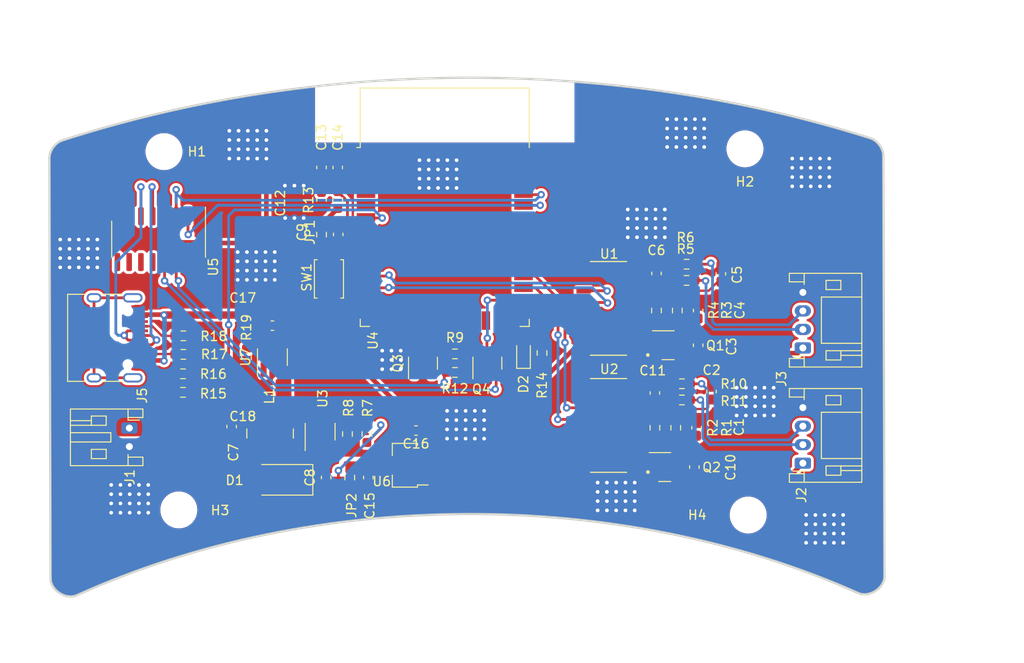
<source format=kicad_pcb>
(kicad_pcb (version 20221018) (generator pcbnew)
  (layers (0 "F.Cu" signal) (31 "B.Cu" signal) (34 "B.Paste" user) (35 "F.Paste" user) (36 "B.SilkS" user "B.Silkscreen") (37 "F.SilkS" user "F.Silkscreen") (38 "B.Mask" user) (39 "F.Mask" user) (44 "Edge.Cuts" user))
  (net 0 "")
  (net 1 "S+_1")
  (net 2 "GND")
  (net 3 "Net-(Q2-B)")
  (net 4 "Net-(U2-VBG)")
  (net 5 "Net-(U2-VFB)")
  (net 6 "Net-(U2-AGND)")
  (net 7 "SCK1")
  (net 8 "DOUT1")
  (net 9 "/E+")
  (net 10 "S+")
  (net 11 "Net-(U1-VBG)")
  (net 12 "Net-(U1-INNA)")
  (net 13 "Net-(U1-INPA)")
  (net 14 "Net-(U2-INNA)")
  (net 15 "Net-(U2-INPA)")
  (net 16 "Net-(Q1-B)")
  (net 17 "S-")
  (net 18 "S-_1")
  (net 19 "Net-(U1-VFB)")
  (net 27 "SCK2")
  (net 28 "DOUT2")
  (net 47 "Net-(U1-AGND)")
  (net 49 "+5V")
  (net 50 "/SW")
  (net 51 "Net-(U3-FB)")
  (net 52 "+BATT")
  (net 54 "/E+_1")
  (net 55 "+3.3V")
  (net 56 "ESP_EN")
  (net 57 "VCC")
  (net 58 "Net-(D2-K)")
  (net 59 "IO2")
  (net 60 "Net-(Q3-B)")
  (net 61 "RTS")
  (net 62 "Net-(Q4-B)")
  (net 63 "DTR")
  (net 64 "IO0")
  (net 65 "TX0")
  (net 66 "RX0")
  (net 67 "BTSENS")
  (net 68 "DP")
  (net 69 "DN")
  (net 77 "Net-(JP2-B)")
  (net 78 "VBUS")
  (net 79 "Net-(J5-CC1)")
  (net 81 "Net-(J5-CC2)")
  (net 83 "unconnected-(J5-SHIELD-PadS1)")
  (net 84 "Net-(U7-PROG)")
  (footprint "Package_TO_SOT_SMD:SOT-23" (layer "F.Cu") (at 166.740001 117.32)
    (fp_text reference "Q2")
    (fp_text value "BC860")
  )
  (footprint "Connector_JST:JST_PH_S4B-PH-K_1x04_P2.00mm_Horizontal" (layer "F.Cu") (at 181.65 116.9 90)
    (fp_text reference "J2")
    (fp_text value "Conn_01x04")
  )
  (footprint "Resistor_SMD:R_0603_1608Metric_Pad0.98x0.95mm_HandSolder" (layer "F.Cu") (at 134.6 113.75 -90)
    (fp_text reference "R7")
    (fp_text value "150K")
  )
  (footprint "Resistor_SMD:R_0603_1608Metric_Pad0.98x0.95mm_HandSolder" (layer "F.Cu") (at 168.592501 110.074999 180)
    (fp_text reference "R11")
    (fp_text value "R_US")
  )
  (footprint "Capacitor_SMD:C_0603_1608Metric_Pad1.08x0.95mm_HandSolder" (layer "F.Cu") (at 169.940001 117.32 90)
    (fp_text reference "C10")
    (fp_text value "C_Small")
  )
  (footprint "Connector_USB:USB_C_Receptacle_HRO_TYPE-C-31-M-12" (layer "F.Cu") (at 106.2 103.36 -90)
    (fp_text reference "J5")
    (fp_text value "USB_C_Receptacle_USB2.0")
  )
  (footprint "Diode_SMD:D_SMA" (layer "F.Cu") (at 125.25 118.7 180)
    (fp_text reference "D1")
    (fp_text value "SS34")
  )
  (footprint "Button_Switch_SMD:SW_Push_SPST_NO_Alps_SKRK" (layer "F.Cu") (at 130.5 97 -90)
    (fp_text reference "SW1")
    (fp_text value "SW_Omron_B3FS")
  )
  (footprint "Capacitor_SMD:C_0603_1608Metric_Pad1.08x0.95mm_HandSolder" (layer "F.Cu") (at 171.790001 109.162499 90)
    (fp_text reference "C2")
    (fp_text value "C_Small")
  )
  (footprint "MountingHole:MountingHole_3.5mm" (layer "F.Cu") (at 112.7 83.25)
    (fp_text reference "H1")
    (fp_text value "MountingHole")
  )
  (footprint "Package_TO_SOT_SMD:SOT-23-6_Handsoldering" (layer "F.Cu") (at 129.55 113.5 90)
    (fp_text reference "U3")
    (fp_text value "SX1308")
  )
  (footprint "Capacitor_SMD:C_0603_1608Metric_Pad1.08x0.95mm_HandSolder" (layer "F.Cu") (at 165.680002 109.325 90)
    (fp_text reference "C11")
    (fp_text value "C_Small")
  )
  (footprint "Capacitor_SMD:C_0603_1608Metric_Pad1.08x0.95mm_HandSolder" (layer "F.Cu") (at 134.75 118.45 -90)
    (fp_text reference "C15")
    (fp_text value "22uF")
  )
  (footprint "LED_SMD:LED_0603_1608Metric_Pad1.05x0.95mm_HandSolder" (layer "F.Cu") (at 151.5 105 90)
    (fp_text reference "D2")
    (fp_text value "LED")
  )
  (footprint "Package_TO_SOT_SMD:SOT-23" (layer "F.Cu") (at 140.65 106.1 90)
    (fp_text reference "Q3")
    (fp_text value "MMBT5550L")
  )
  (footprint "Resistor_SMD:R_0603_1608Metric_Pad0.98x0.95mm_HandSolder" (layer "F.Cu") (at 132.5 113.75 90)
    (fp_text reference "R8")
    (fp_text value "20K")
  )
  (footprint "Inductor_SMD:L_Coilcraft_LPS5030" (layer "F.Cu") (at 124.15 113.7 -90)
    (fp_text reference "L1")
    (fp_text value "4.7uH")
  )
  (footprint "Package_TO_SOT_SMD:SOT-23" (layer "F.Cu") (at 147.6 106.1 90)
    (fp_text reference "Q4")
    (fp_text value "MMBT5550L")
  )
  (footprint "HX711:SOP127P600X180-16N" (layer "F.Cu") (at 160.68 112.825 180)
    (fp_text reference "U2")
    (fp_text value "HX711")
  )
  (footprint "Resistor_SMD:R_0603_1608Metric_Pad0.98x0.95mm_HandSolder" (layer "F.Cu") (at 114.75 107.25)
    (fp_text reference "R16")
    (fp_text value "250K")
  )
  (footprint "Capacitor_SMD:C_0603_1608Metric_Pad1.08x0.95mm_HandSolder" (layer "F.Cu") (at 124.4 109.05)
    (fp_text reference "C18")
    (fp_text value "10uF")
  )
  (footprint "Capacitor_SMD:C_0603_1608Metric_Pad1.08x0.95mm_HandSolder" (layer "F.Cu") (at 120 112.95 -90)
    (fp_text reference "C7")
    (fp_text value "22uF")
  )
  (footprint "Resistor_SMD:R_0603_1608Metric_Pad0.98x0.95mm_HandSolder" (layer "F.Cu") (at 144.1 105.1)
    (fp_text reference "R9")
    (fp_text value "10K")
  )
  (footprint "Capacitor_SMD:C_0603_1608Metric_Pad1.08x0.95mm_HandSolder" (layer "F.Cu") (at 129.7 84.9625 90)
    (fp_text reference "C13")
    (fp_text value "100nF")
  )
  (footprint "Resistor_SMD:R_0603_1608Metric_Pad0.98x0.95mm_HandSolder" (layer "F.Cu") (at 114.75 109.25 180)
    (fp_text reference "R15")
    (fp_text value "500K")
  )
  (footprint "Connector_JST:JST_PH_S2B-PH-K_1x02_P2.00mm_Horizontal" (layer "F.Cu") (at 108.96 113.11 -90)
    (fp_text reference "J1")
    (fp_text value "Conn_01x02")
  )
  (footprint "Package_SO:SOIC-16_3.9x9.9mm_P1.27mm" (layer "F.Cu") (at 112.115 92.705 -90)
    (fp_text reference "U5")
    (fp_text value "CH340C")
  )
  (footprint "Resistor_SMD:R_0603_1608Metric_Pad0.98x0.95mm_HandSolder" (layer "F.Cu") (at 168.5925 108.325)
    (fp_text reference "R10")
    (fp_text value "R_US")
  )
  (footprint "Resistor_SMD:R_0603_1608Metric_Pad0.98x0.95mm_HandSolder" (layer "F.Cu") (at 144.1 107.1 180)
    (fp_text reference "R12")
    (fp_text value "10K")
  )
  (footprint "Package_TO_SOT_SMD:SOT-89-3" (layer "F.Cu") (at 138.7 117.125 180)
    (fp_text reference "U6")
    (fp_text value "HT7833-1-SOT89")
  )
  (footprint "Package_TO_SOT_SMD:SOT-23" (layer "F.Cu") (at 167.100001 104.1625)
    (fp_text reference "Q1")
    (fp_text value "BC860")
  )
  (footprint "Resistor_SMD:R_0603_1608Metric_Pad0.98x0.95mm_HandSolder" (layer "F.Cu") (at 165.850001 100.412499 -90)
    (fp_text reference "R4")
    (fp_text value "1K")
  )
  (footprint "Connector_JST:JST_PH_S4B-PH-K_1x04_P2.00mm_Horizontal" (layer "F.Cu") (at 181.65 104.455 90)
    (fp_text reference "J3")
    (fp_text value "Conn_01x04")
  )
  (footprint "Resistor_SMD:R_0603_1608Metric_Pad0.98x0.95mm_HandSolder" (layer "F.Cu") (at 165.680001 113.075001 -90)
    (fp_text reference "R2")
    (fp_text value "1K")
  )
  (footprint "Capacitor_SMD:C_0603_1608Metric_Pad1.08x0.95mm_HandSolder" (layer "F.Cu") (at 129.7 88.475 -90)
    (fp_text reference "C12")
    (fp_text value "100nF")
  )
  (footprint "Capacitor_SMD:C_0603_1608Metric_Pad1.08x0.95mm_HandSolder" (layer "F.Cu") (at 172.8 96.445 90)
    (fp_text reference "C5")
    (fp_text value "C_Small")
  )
  (footprint "Resistor_SMD:R_0603_1608Metric_Pad0.98x0.95mm_HandSolder" (layer "F.Cu") (at 129.7 92.2125 90)
    (fp_text reference "JP1")
    (fp_text value "jumper")
  )
  (footprint "Resistor_SMD:R_0603_1608Metric_Pad0.98x0.95mm_HandSolder" (layer "F.Cu") (at 132.75 118.45 90)
    (fp_text reference "JP2")
    (fp_text value "jumper")
  )
  (footprint "Resistor_SMD:R_0603_1608Metric_Pad0.98x0.95mm_HandSolder" (layer "F.Cu") (at 168.100001 100.4125 -90)
    (fp_text reference "R3")
    (fp_text value "1K")
  )
  (footprint "Capacitor_SMD:C_0603_1608Metric_Pad1.08x0.95mm_HandSolder" (layer "F.Cu") (at 165.85 96.4125 90)
    (fp_text reference "C6")
    (fp_text value "C_Small")
  )
  (footprint "MountingHole:MountingHole_3.5mm" (layer "F.Cu") (at 175.75 122.5)
    (fp_text reference "H4")
    (fp_text value "MountingHole")
  )
  (footprint "Resistor_SMD:R_0603_1608Metric_Pad0.98x0.95mm_HandSolder" (layer "F.Cu") (at 131.45 88.475 -90)
    (fp_text reference "R13")
    (fp_text value "10K")
  )
  (footprint "RF_Module:ESP32-WROOM-32" (layer "F.Cu") (at 143 92.25)
    (fp_text reference "U4")
    (fp_text value "ESP32-WROOM-32D")
  )
  (footprint "Package_TO_SOT_SMD:SOT-23-6_Handsoldering" (layer "F.Cu") (at 124.4 105.45 90)
    (fp_text reference "U7")
    (fp_text value "TP4057")
  )
  (footprint "MountingHole:MountingHole_3.5mm" (layer "F.Cu") (at 175.4 82.95)
    (fp_text reference "H2")
    (fp_text value "MountingHole")
  )
  (footprint "Resistor_SMD:R_0603_1608Metric_Pad0.98x0.95mm_HandSolder" (layer "F.Cu") (at 114.7875 105.15 180)
    (fp_text reference "R17")
    (fp_text value "5.1K")
  )
  (footprint "Capacitor_SMD:C_0603_1608Metric_Pad1.08x0.95mm_HandSolder" (layer "F.Cu") (at 170.35 100.412499 90)
    (fp_text reference "C4")
    (fp_text value "C_Small")
  )
  (footprint "Capacitor_SMD:C_0603_1608Metric_Pad1.08x0.95mm_HandSolder" (layer "F.Cu") (at 131.45 84.9625 90)
    (fp_text reference "C14")
    (fp_text value "22uF")
  )
  (footprint "Resistor_SMD:R_0603_1608Metric_Pad0.98x0.95mm_HandSolder" (layer "F.Cu") (at 169.100001 95.4125)
    (fp_text reference "R6")
    (fp_text value "R_US")
  )
  (footprint "Capacitor_SMD:C_0603_1608Metric_Pad1.08x0.95mm_HandSolder" (layer "F.Cu") (at 170.180001 113.075 90)
    (fp_text reference "C1")
    (fp_text value "C_Small")
  )
  (footprint "Resistor_SMD:R_0603_1608Metric_Pad0.98x0.95mm_HandSolder" (layer "F.Cu") (at 153.5 105 90)
    (fp_text reference "R14")
    (fp_text value "10K")
  )
  (footprint "MountingHole:MountingHole_3.5mm" (layer "F.Cu") (at 114.3 121.95)
    (fp_text reference "H3")
    (fp_text value "MountingHole")
  )
  (footprint "Capacitor_SMD:C_0603_1608Metric_Pad1.08x0.95mm_HandSolder" (layer "F.Cu") (at 170.35 104.1625 90)
    (fp_text reference "C3")
    (fp_text value "C_Small")
  )
  (footprint "Resistor_SMD:R_0603_1608Metric_Pad0.98x0.95mm_HandSolder" (layer "F.Cu") (at 114.7875 103.15 180)
    (fp_text reference "R18")
    (fp_text value "5.1K")
  )
  (footprint "Capacitor_SMD:C_0603_1608Metric_Pad1.08x0.95mm_HandSolder" (layer "F.Cu") (at 124.4 102.05)
    (fp_text reference "C17")
    (fp_text value "10uF")
  )
  (footprint "Capacitor_SMD:C_0603_1608Metric_Pad1.08x0.95mm_HandSolder" (layer "F.Cu") (at 130.2 118.45 90)
    (fp_text reference "C8")
    (fp_text value "22uF")
  )
  (footprint "Capacitor_SMD:C_0603_1608Metric_Pad1.08x0.95mm_HandSolder" (layer "F.Cu") (at 139.9 113.375 180)
    (fp_text reference "C16")
    (fp_text value "22uF")
  )
  (footprint "Resistor_SMD:R_0603_1608Metric_Pad0.98x0.95mm_HandSolder" (layer "F.Cu") (at 167.930001 113.074999 -90)
    (fp_text reference "R1")
    (fp_text value "1K")
  )
  (footprint "Resistor_SMD:R_0603_1608Metric_Pad0.98x0.95mm_HandSolder" (layer "F.Cu") (at 169.099999 97.1625 180)
    (fp_text reference "R5")
    (fp_text value "R_US")
  )
  (footprint "Capacitor_SMD:C_0603_1608Metric_Pad1.08x0.95mm_HandSolder" (layer "F.Cu") (at 131.5 92.2 -90)
    (fp_text reference "C9")
    (fp_text value "100nF")
  )
  (footprint "Resistor_SMD:R_0603_1608Metric_Pad0.98x0.95mm_HandSolder" (layer "F.Cu") (at 121.6 105.45 90)
    (fp_text reference "R19")
    (fp_text value "1.6K")
  )
  (footprint "HX711:SOP127P600X180-16N" (layer "F.Cu") (at 160.6675 100.182501 180)
    (fp_text reference "U1")
    (fp_text value "HX711")
  )
  (gr_curve (pts (xy 187.642431 130.937959) (xy 188.806344 131.458227) (xy 190.462105 130.381459) (xy 190.458594 129.106562)) (stroke (width 0.25)) (layer "Edge.Cuts"))
  (gr_curve (pts (xy 100.33392 83.951929) (xy 100.375591 99.086079) (xy 100.417262 114.220229) (xy 100.458936 129.354378)) (stroke (width 0.25)) (layer "Edge.Cuts"))
  (gr_curve (pts (xy 101.718452 82.043474) (xy 100.970664 82.285327) (xy 100.331755 83.166003) (xy 100.33392 83.951929)) (stroke (width 0.25)) (layer "Edge.Cuts"))
  (gr_curve (pts (xy 100.458936 129.354378) (xy 100.462447 130.629275) (xy 102.124111 131.696908) (xy 103.285141 131.170237)) (stroke (width 0.25)) (layer "Edge.Cuts"))
  (gr_curve (pts (xy 188.938555 81.80331) (xy 161.227044 73.009035) (xy 129.381112 73.096723) (xy 101.718452 82.043474)) (stroke (width 0.25)) (layer "Edge.Cuts"))
  (gr_curve (pts (xy 103.285141 131.170237) (xy 128.892811 119.554005) (xy 161.97118 119.462924) (xy 187.642431 130.937959)) (stroke (width 0.25)) (layer "Edge.Cuts"))
  (gr_curve (pts (xy 190.333578 83.704112) (xy 190.331413 82.91819) (xy 189.687665 82.041041) (xy 188.938555 81.80331)) (stroke (width 0.25)) (layer "Edge.Cuts"))
  (gr_curve (pts (xy 190.458594 129.106562) (xy 190.416922 113.972413) (xy 190.37525 98.838262) (xy 190.333578 83.704112)) (stroke (width 0.25)) (layer "Edge.Cuts"))
  (segment (start 170.710501 108.325) (end 170.715501 108.32) (width 0.3) (layer "F.Cu") (net 1))
  (segment (start 169.505 108.325) (end 170.710501 108.325) (width 0.3) (layer "F.Cu") (net 1))
  (via (at 170.715501 108.32) (size 0.8) (drill 0.4) (layers "F.Cu" "B.Cu") (net 1))
  (segment (start 171.35 113.992894) (end 171.757106 114.4) (width 0.3) (layer "B.Cu") (net 1))
  (segment (start 171.757106 114.4) (end 180.15 114.4) (width 0.3) (layer "B.Cu") (net 1))
  (segment (start 171.35 108.954499) (end 171.35 113.992894) (width 0.3) (layer "B.Cu") (net 1))
  (segment (start 180.15 114.4) (end 181.65 112.9) (width 0.3) (layer "B.Cu") (net 1))
  (segment (start 170.715501 108.32) (end 171.35 108.954499) (width 0.3) (layer "B.Cu") (net 1))
  (segment (start 129.55 116.2) (end 129.95 116.6) (width 0.8) (layer "F.Cu") (net 2))
  (segment (start 115.7 105.15) (end 115.7 103.15) (width 0.3) (layer "F.Cu") (net 2))
  (segment (start 157.997501 97.0075) (end 157.997501 95.737501) (width 0.25) (layer "F.Cu") (net 2))
  (segment (start 129.55 114.85) (end 129.55 116.325) (width 0.3) (layer "F.Cu") (net 2))
  (segment (start 157.977502 103.3375) (end 157.997502 103.3575) (width 0.25) (layer "F.Cu") (net 2))
  (segment (start 113.8375 107.25) (end 113.8375 107.0125) (width 0.3) (layer "F.Cu") (net 2))
  (segment (start 129.55 116.325) (end 129.725 116.5) (width 0.3) (layer "F.Cu") (net 2))
  (segment (start 157.977501 96.9875) (end 157.997501 97.0075) (width 0.25) (layer "F.Cu") (net 2))
  (segment (start 113.8375 107.0125) (end 115.7 105.15) (width 0.3) (layer "F.Cu") (net 2))
  (segment (start 129.55 114.85) (end 129.55 116.2) (width 0.8) (layer "F.Cu") (net 2))
  (via (at 163.75 89.5) (size 0.8) (drill 0.4) (layers "F.Cu" "B.Cu") (net 2))
  (via (at 162.75 92.5) (size 0.8) (drill 0.4) (layers "F.Cu" "B.Cu") (net 2))
  (via (at 143.25 111.25) (size 0.8) (drill 0.4) (layers "F.Cu" "B.Cu") (net 2))
  (via (at 122.75 81) (size 0.8) (drill 0.4) (layers "F.Cu" "B.Cu") (net 2))
  (via (at 136.25 106.75) (size 0.8) (drill 0.4) (layers "F.Cu" "B.Cu") (net 2))
  (via (at 171 80.75) (size 0.8) (drill 0.4) (layers "F.Cu" "B.Cu") (net 2))
  (via (at 178.5 110.75) (size 0.8) (drill 0.4) (layers "F.Cu" "B.Cu") (net 2))
  (via (at 167 82.75) (size 0.8) (drill 0.4) (layers "F.Cu" "B.Cu") (net 2))
  (via (at 166.75 90.5) (size 0.8) (drill 0.4) (layers "F.Cu" "B.Cu") (net 2))
  (via (at 161.5 120) (size 0.8) (drill 0.4) (layers "F.Cu" "B.Cu") (net 2))
  (via (at 103.5 95.75) (size 0.8) (drill 0.4) (layers "F.Cu" "B.Cu") (net 2))
  (via (at 174.5 109.75) (size 0.8) (drill 0.4) (layers "F.Cu" "B.Cu") (net 2))
  (via (at 142.275 84.175) (size 0.8) (drill 0.4) (layers "F.Cu" "B.Cu") (net 2))
  (via (at 159.5 119) (size 0.8) (drill 0.4) (layers "F.Cu" "B.Cu") (net 2))
  (via (at 120.65 95.1) (size 0.8) (drill 0.4) (layers "F.Cu" "B.Cu") (net 2))
  (via (at 182.5 87) (size 0.8) (drill 0.4) (layers "F.Cu" "B.Cu") (net 2))
  (via (at 141.275 85.175) (size 0.8) (drill 0.4) (layers "F.Cu" "B.Cu") (net 2))
  (via (at 180.5 87) (size 0.8) (drill 0.4) (layers "F.Cu" "B.Cu") (net 2))
  (via (at 170 79.75) (size 0.8) (drill 0.4) (layers "F.Cu" "B.Cu") (net 2))
  (via (at 138.25 105.75) (size 0.8) (drill 0.4) (layers "F.Cu" "B.Cu") (net 2))
  (via (at 178.5 111.75) (size 0.8) (drill 0.4) (layers "F.Cu" "B.Cu") (net 2))
  (via (at 101.5 93.75) (size 0.8) (drill 0.4) (layers "F.Cu" "B.Cu") (net 2))
  (via (at 124.65 97.1) (size 0.8) (drill 0.4) (layers "F.Cu" "B.Cu") (net 2))
  (via (at 162.5 121) (size 0.8) (drill 0.4) (layers "F.Cu" "B.Cu") (net 2))
  (via (at 103.5 94.75) (size 0.8) (drill 0.4) (layers "F.Cu" "B.Cu") (net 2))
  (via (at 125.75 86.925) (size 0.8) (drill 0.4) (layers "F.Cu" "B.Cu") (net 2))
  (via (at 105.5 92.75) (size 0.8) (drill 0.4) (layers "F.Cu" "B.Cu") (net 2))
  (via (at 146.25 113.25) (size 0.8) (drill 0.4) (layers "F.Cu" "B.Cu") (net 2))
  (via (at 169 80.75) (size 0.8) (drill 0.4) (layers "F.Cu" "B.Cu") (net 2))
  (via (at 144.275 84.175) (size 0.8) (drill 0.4) (layers "F.Cu" "B.Cu") (net 2))
  (via (at 102.5 92.75) (size 0.8) (drill 0.4) (layers "F.Cu" "B.Cu") (net 2))
  (via (at 183.5 87) (size 0.8) (drill 0.4) (layers "F.Cu" "B.Cu") (net 2))
  (via (at 167 79.75) (size 0.8) (drill 0.4) (layers "F.Cu" "B.Cu") (net 2))
  (via (at 127.775 90.425) (size 0.8) (drill 0.4) (layers "F.Cu" "B.Cu") (net 2))
  (via (at 170 80.75) (size 0.8) (drill 0.4) (layers "F.Cu" "B.Cu") (net 2))
  (via (at 122.75 84) (size 0.8) (drill 0.4) (layers "F.Cu" "B.Cu") (net 2))
  (via (at 163.5 121) (size 0.8) (drill 0.4) (layers "F.Cu" "B.Cu") (net 2))
  (via (at 143.25 114.25) (size 0.8) (drill 0.4) (layers "F.Cu" "B.Cu") (net 2))
  (via (at 111 121.25) (size 0.8) (drill 0.4) (layers "F.Cu" "B.Cu") (net 2))
  (via (at 124.65 94.1) (size 0.8) (drill 0.4) (layers "F.Cu" "B.Cu") (net 2))
  (via (at 186 122.5) (size 0.8) (drill 0.4) (layers "F.Cu" "B.Cu") (net 2))
  (via (at 111 120.25) (size 0.8) (drill 0.4) (layers "F.Cu" "B.Cu") (net 2))
  (via (at 162.75 89.5) (size 0.8) (drill 0.4) (layers "F.Cu" "B.Cu") (net 2))
  (via (at 121.75 82) (size 0.8) (drill 0.4) (layers "F.Cu" "B.Cu") (net 2))
  (via (at 140.275 87.175) (size 0.8) (drill 0.4) (layers "F.Cu" "B.Cu") (net 2))
  (via (at 140.275 84.175) (size 0.8) (drill 0.4) (layers "F.Cu" "B.Cu") (net 2))
  (via (at 144.25 111.25) (size 0.8) (drill 0.4) (layers "F.Cu" "B.Cu") (net 2))
  (via (at 110 119.25) (size 0.8) (drill 0.4) (layers "F.Cu" "B.Cu") (net 2))
  (via (at 176.5 111.75) (size 0.8) (drill 0.4) (layers "F.Cu" "B.Cu") (net 2))
  (via (at 163.75 91.5) (size 0.8) (drill 0.4) (layers "F.Cu" "B.Cu") (net 2))
  (via (at 101.5 95.75) (size 0.8) (drill 0.4) (layers "F.Cu" "B.Cu") (net 2))
  (via (at 143.25 113.25) (size 0.8) (drill 0.4) (layers "F.Cu" "B.Cu") (net 2))
  (via (at 121.75 83) (size 0.8) (drill 0.4) (layers "F.Cu" "B.Cu") (net 2))
  (via (at 169 79.75) (size 0.8) (drill 0.4) (layers "F.Cu" "B.Cu") (net 2))
  (via (at 143.275 85.175) (size 0.8) (drill 0.4) (layers "F.Cu" "B.Cu") (net 2))
  (via (at 175.5 111.75) (size 0.8) (drill 0.4) (layers "F.Cu" "B.Cu") (net 2))
  (via (at 164.75 91.5) (size 0.8) (drill 0.4) (layers "F.Cu" "B.Cu") (net 2))
  (via (at 142.275 87.175) (size 0.8) (drill 0.4) (layers "F.Cu" "B.Cu") (net 2))
  (via (at 144.275 87.175) (size 0.8) (drill 0.4) (layers "F.Cu" "B.Cu") (net 2))
  (via (at 146.25 111.25) (size 0.8) (drill 0.4) (layers "F.Cu" "B.Cu") (net 2))
  (via (at 162.5 120) (size 0.8) (drill 0.4) (layers "F.Cu" "B.Cu") (net 2))
  (via (at 184 123.5) (size 0.8) (drill 0.4) (layers "F.Cu" "B.Cu") (net 2))
  (via (at 119.75 83) (size 0.8) (drill 0.4) (layers "F.Cu" "B.Cu") (net 2))
  (via (at 138.25 106.75) (size 0.8) (drill 0.4) (layers "F.Cu" "B.Cu") (net 2))
  (via (at 108 122.25) (size 0.8) (drill 0.4) (layers "F.Cu" "B.Cu") (net 2))
  (via (at 123.75 81) (size 0.8) (drill 0.4) (layers "F.Cu" "B.Cu") (net 2))
  (via (at 186 123.5) (size 0.8) (drill 0.4) (layers "F.Cu" "B.Cu") (net 2))
  (via (at 162.75 90.5) (size 0.8) (drill 0.4) (layers "F.Cu" "B.Cu") (net 2))
  (via (at 182 125.5) (size 0.8) (drill 0.4) (layers "F.Cu" "B.Cu") (net 2))
  (via (at 163.5 120) (size 0.8) (drill 0.4) (layers "F.Cu" "B.Cu") (net 2))
  (via (at 164.75 90.5) (size 0.8) (drill 0.4) (layers "F.Cu" "B.Cu") (net 2))
  (via (at 102.5 94.75) (size 0.8) (drill 0.4) (layers "F.Cu" "B.Cu") (net 2))
  (via (at 181.5 85) (size 0.8) (drill 0.4) (layers "F.Cu" "B.Cu") (net 2))
  (via (at 143.275 84.175) (size 0.8) (drill 0.4) (layers "F.Cu" "B.Cu") (net 2))
  (via (at 183 122.5) (size 0.8) (drill 0.4) (layers "F.Cu" "B.Cu") (net 2))
  (via (at 174.5 108.75) (size 0.8) (drill 0.4) (layers "F.Cu" "B.Cu") (net 2))
  (via (at 161.5 121) (size 0.8) (drill 0.4) (layers "F.Cu" "B.Cu") (net 2))
  (via (at 145.25 111.25) (size 0.8) (drill 0.4) (layers "F.Cu" "B.Cu") (net 2))
  (via (at 107 121.25) (size 0.8) (drill 0.4) (layers "F.Cu" "B.Cu") (net 2))
  (via (at 185 122.5) (size 0.8) (drill 0.4) (layers "F.Cu" "B.Cu") (net 2))
  (via (at 103.5 93.75) (size 0.8) (drill 0.4) (layers "F.Cu" "B.Cu") (net 2))
  (via (at 167 80.75) (size 0.8) (drill 0.4) (layers "F.Cu" "B.Cu") (net 2))
  (via (at 105.5 94.75) (size 0.8) (drill 0.4) (layers "F.Cu" "B.Cu") (net 2))
  (via (at 144.275 86.175) (size 0.8) (drill 0.4) (layers "F.Cu" "B.Cu") (net 2))
  (via (at 163.5 122) (size 0.8) (drill 0.4) (layers "F.Cu" "B.Cu") (net 2))
  (via (at 119.75 82) (size 0.8) (drill 0.4) (layers "F.Cu" "B.Cu") (net 2))
  (via (at 147.25 112.25) (size 0.8) (drill 0.4) (layers "F.Cu" "B.Cu") (net 2))
  (via (at 120.75 83) (size 0.8) (drill 0.4) (layers "F.Cu" "B.Cu") (net 2))
  (via (at 121.75 84) (size 0.8) (drill 0.4) (layers "F.Cu" "B.Cu") (net 2))
  (via (at 185 123.5) (size 0.8) (drill 0.4) (layers "F.Cu" "B.Cu") (net 2))
  (via (at 126.775 90.425) (size 0.8) (drill 0.4) (layers "F.Cu" "B.Cu") (net 2))
  (via (at 124.65 95.1) (size 0.8) (drill 0.4) (layers "F.Cu" "B.Cu") (net 2))
  (via (at 180.5 84) (size 0.8) (drill 0.4) (layers "F.Cu" "B.Cu") (net 2))
  (via (at 185 125.5) (size 0.8) (drill 0.4) (layers "F.Cu" "B.Cu") (net 2))
  (via (at 124.65 96.1) (size 0.8) (drill 0.4) (layers "F.Cu" "B.Cu") (net 2))
  (via (at 110 122.25) (size 0.8) (drill 0.4) (layers "F.Cu" "B.Cu") (net 2))
  (via (at 160.5 122) (size 0.8) (drill 0.4) (layers "F.Cu" "B.Cu") (net 2))
  (via (at 102.5 95.75) (size 0.8) (drill 0.4) (layers "F.Cu" "B.Cu") (net 2))
  (via (at 104.5 94.75) (size 0.8) (drill 0.4) (layers "F.Cu" "B.Cu") (net 2))
  (via (at 186 124.5) (size 0.8) (drill 0.4) (layers "F.Cu" "B.Cu") (net 2))
  (via (at 161.5 122) (size 0.8) (drill 0.4) (layers "F.Cu" "B.Cu") (net 2))
  (via (at 183 125.5) (size 0.8) (drill 0.4) (layers "F.Cu" "B.Cu") (net 2))
  (via (at 123.65 97.1) (size 0.8) (drill 0.4) (layers "F.Cu" "B.Cu") (net 2))
  (via (at 162.75 91.5) (size 0.8) (drill 0.4) (layers "F.Cu" "B.Cu") (net 2))
  (via (at 186 125.5) (size 0.8) (drill 0.4) (layers "F.Cu" "B.Cu") (net 2))
  (via (at 143.275 86.175) (size 0.8) (drill 0.4) (layers "F.Cu" "B.Cu") (net 2))
  (via (at 175.5 108.75) (size 0.8) (drill 0.4) (layers "F.Cu" "B.Cu") (net 2))
  (via (at 182 123.5) (size 0.8) (drill 0.4) (layers "F.Cu" "B.Cu") (net 2))
  (via (at 185 124.5) (size 0.8) (drill 0.4) (layers "F.Cu" "B.Cu") (net 2))
  (via (at 170 81.75) (size 0.8) (drill 0.4) (layers "F.Cu" "B.Cu") (net 2))
  (via (at 184.5 85) (size 0.8) (drill 0.4) (layers "F.Cu" "B.Cu") (net 2))
  (via (at 105.5 95.75) (size 0.8) (drill 0.4) (layers "F.Cu" "B.Cu") (net 2))
  (via (at 119.75 84) (size 0.8) (drill 0.4) (layers "F.Cu" "B.Cu") (net 2))
  (via (at 147.25 114.25) (size 0.8) (drill 0.4) (layers "F.Cu" "B.Cu") (net 2))
  (via (at 104.5 93.75) (size 0.8) (drill 0.4) (layers "F.Cu" "B.Cu") (net 2))
  (via (at 163.75 92.5) (size 0.8) (drill 0.4) (layers "F.Cu" "B.Cu") (net 2))
  (via (at 183.5 85) (size 0.8) (drill 0.4) (layers "F.Cu" "B.Cu") (net 2))
  (via (at 162.5 122) (size 0.8) (drill 0.4) (layers "F.Cu" "B.Cu") (net 2))
  (via (at 165.75 90.5) (size 0.8) (drill 0.4) (layers "F.Cu" "B.Cu") (net 2))
  (via (at 177.5 108.75) (size 0.8) (drill 0.4) (layers "F.Cu" "B.Cu") (net 2))
  (via (at 175.5 110.75) (size 0.8) (drill 0.4) (layers "F.Cu" "B.Cu") (net 2))
  (via (at 121.65 94.1) (size 0.8) (drill 0.4) (layers "F.Cu" "B.Cu") (net 2))
  (via (at 177.5 109.75) (size 0.8) (drill 0.4) (layers "F.Cu" "B.Cu") (net 2))
  (via (at 165.75 89.5) (size 0.8) (drill 0.4) (layers "F.Cu" "B.Cu") (net 2))
  (via (at 111 119.25) (size 0.8) (drill 0.4) (layers "F.Cu" "B.Cu") (net 2))
  (via (at 105.5 93.75) (size 0.8) (drill 0.4) (layers "F.Cu" "B.Cu") (net 2))
  (via (at 184.5 84) (size 0.8) (drill 0.4) (layers "F.Cu" "B.Cu") (net 2))
  (via (at 183.5 86) (size 0.8) (drill 0.4) (layers "F.Cu" "B.Cu") (net 2))
  (via (at 136.25 104.75) (size 0.8) (drill 0.4) (layers "F.Cu" "B.Cu") (net 2))
  (via (at 178.5 109.75) (size 0.8) (drill 0.4) (layers "F.Cu" "B.Cu") (net 2))
  (via (at 109 122.25) (size 0.8) (drill 0.4) (layers "F.Cu" "B.Cu") (net 2))
  (via (at 101.5 94.75) (size 0.8) (drill 0.4) (layers "F.Cu" "B.Cu") (net 2))
  (via (at 159.5 122) (size 0.8) (drill 0.4) (layers "F.Cu" "B.Cu") (net 2))
  (via (at 121.75 81) (size 0.8) (drill 0.4) (layers "F.Cu" "B.Cu") (net 2))
  (via (at 109 120.25) (size 0.8) (drill 0.4) (layers "F.Cu" "B.Cu") (net 2))
  (via (at 177.5 110.75) (size 0.8) (drill 0.4) (layers "F.Cu" "B.Cu") (net 2))
  (via (at 120.65 97.1) (size 0.8) (drill 0.4) (layers "F.Cu" "B.Cu") (net 2))
  (via (at 175.5 109.75) (size 0.8) (drill 0.4) (layers "F.Cu" "B.Cu") (net 2))
  (via (at 126.775 86.925) (size 0.8) (drill 0.4) (layers "F.Cu" "B.Cu") (net 2))
  (via (at 184 124.5) (size 0.8) (drill 0.4) (layers "F.Cu" "B.Cu") (net 2))
  (via (at 171 79.75) (size 0.8) (drill 0.4) (layers "F.Cu" "B.Cu") (net 2))
  (via (at 184.5 87) (size 0.8) (drill 0.4) (layers "F.Cu" "B.Cu") (net 2))
  (via (at 171 82.75) (size 0.8) (drill 0.4) (layers "F.Cu" "B.Cu") (net 2))
  (via (at 160.5 120) (size 0.8) (drill 0.4) (layers "F.Cu" "B.Cu") (net 2))
  (via (at 104.5 95.75) (size 0.8) (drill 0.4) (layers "F.Cu" "B.Cu") (net 2))
  (via (at 111 122.25) (size 0.8) (drill 0.4) (layers "F.Cu" "B.Cu") (net 2))
  (via (at 109 119.25) (size 0.8) (drill 0.4) (layers "F.Cu" "B.Cu") (net 2))
  (via (at 164.75 92.5) (size 0.8) (drill 0.4) (layers "F.Cu" "B.Cu") (net 2))
  (via (at 174.5 110.75) (size 0.8) (drill 0.4) (layers "F.Cu" "B.Cu") (net 2))
  (via (at 107 122.25) (size 0.8) (drill 0.4) (layers "F.Cu" "B.Cu") (net 2))
  (via (at 108 121.25) (size 0.8) (drill 0.4) (layers "F.Cu" "B.Cu") (net 2))
  (via (at 166.75 92.5) (size 0.8) (drill 0.4) (layers "F.Cu" "B.Cu") (net 2))
  (via (at 141.275 86.175) (size 0.8) (drill 0.4) (layers "F.Cu" "B.Cu") (net 2))
  (via (at 183 123.5) (size 0.8) (drill 0.4) (layers "F.Cu" "B.Cu") (net 2))
  (via (at 166.75 91.5) (size 0.8) (drill 0.4) (layers "F.Cu" "B.Cu") (net 2))
  (via (at 182.5 86) (size 0.8) (drill 0.4) (layers "F.Cu" "B.Cu") (net 2))
  (via (at 101.5 92.75) (size 0.8) (drill 0.4) (layers "F.Cu" "B.Cu") (net 2))
  (via (at 122.75 83) (size 0.8) (drill 0.4) (layers "F.Cu" "B.Cu") (net 2))
  (via (at 168 80.75) (size 0.8) (drill 0.4) (layers "F.Cu" "B.Cu") (net 2))
  (via (at 171 81.75) (size 0.8) (drill 0.4) (layers "F.Cu" "B.Cu") (net 2))
  (via (at 145.25 112.25) (size 0.8) (drill 0.4) (layers "F.Cu" "B.Cu") (net 2))
  (via (at 110 120.25) (size 0.8) (drill 0.4) (layers "F.Cu" "B.Cu") (net 2))
  (via (at 146.25 114.25) (size 0.8) (drill 0.4) (layers "F.Cu" "B.Cu") (net 2))
  (via (at 144.25 113.25) (size 0.8) (drill 0.4) (layers "F.Cu" "B.Cu") (net 2))
  (via (at 177.5 111.75) (size 0.8) (drill 0.4) (layers "F.Cu" "B.Cu") (net 2))
  (via (at 110 121.25) (size 0.8) (drill 0.4) (layers "F.Cu" "B.Cu") (net 2))
  (via (at 123.65 94.1) (size 0.8) (drill 0.4) (layers "F.Cu" "B.Cu") (net 2))
  (via (at 167 81.75) (size 0.8) (drill 0.4) (layers "F.Cu" "B.Cu") (net 2))
  (via (at 165.75 91.5) (size 0.8) (drill 0.4) (layers "F.Cu" "B.Cu") (net 2))
  (via (at 181.5 87) (size 0.8) (drill 0.4) (layers "F.Cu" "B.Cu") (net 2))
  (via (at 109 121.25) (size 0.8) (drill 0.4) (layers "F.Cu" "B.Cu") (net 2))
  (via (at 122.75 82) (size 0.8) (drill 0.4) (layers "F.Cu" "B.Cu") (net 2))
  (via (at 104.5 92.75) (size 0.8) (drill 0.4) (layers "F.Cu" "B.Cu") (net 2))
  (via (at 160.5 119) (size 0.8) (drill 0.4) (layers "F.Cu" "B.Cu") (net 2))
  (via (at 159.5 121) (size 0.8) (drill 0.4) (layers "F.Cu" "B.Cu") (net 2))
  (via (at 120.75 81) (size 0.8) (drill 0.4) (layers "F.Cu" "B.Cu") (net 2))
  (via (at 145.25 113.25) (size 0.8) (drill 0.4) (layers "F.Cu" "B.Cu") (net 2))
  (via (at 137.25 105.75) (size 0.8) (drill 0.4) (layers "F.Cu" "B.Cu") (net 2))
  (via (at 120.65 94.1) (size 0.8) (drill 0.4) (layers "F.Cu" "B.Cu") (net 2))
  (via (at 142.275 85.175) (size 0.8) (drill 0.4) (layers "F.Cu" "B.Cu") (net 2))
  (via (at 107 120.25) (size 0.8) (drill 0.4) (layers "F.Cu" "B.Cu") (net 2))
  (via (at 168 82.75) (size 0.8) (drill 0.4) (layers "F.Cu" "B.Cu") (net 2))
  (via (at 137.25 106.75) (size 0.8) (drill 0.4) (layers "F.Cu" "B.Cu") (net 2))
  (via (at 136.25 105.75) (size 0.8) (drill 0.4) (layers "F.Cu" "B.Cu") (net 2))
  (via (at 168 81.75) (size 0.8) (drill 0.4) (layers "F.Cu" "B.Cu") (net 2))
  (via (at 184 125.5) (size 0.8) (drill 0.4) (layers "F.Cu" "B.Cu") (net 2))
  (via (at 140.275 86.175) (size 0.8) (drill 0.4) (layers "F.Cu" "B.Cu") (net 2))
  (via (at 178.5 108.75) (size 0.8) (drill 0.4) (layers "F.Cu" "B.Cu") (net 2))
  (via (at 121.65 96.1) (size 0.8) (drill 0.4) (layers "F.Cu" "B.Cu") (net 2))
  (via (at 144.25 112.25) (size 0.8) (drill 0.4) (layers "F.Cu" "B.Cu") (net 2))
  (via (at 182 122.5) (size 0.8) (drill 0.4) (layers "F.Cu" "B.Cu") (net 2))
  (via (at 142.275 86.175) (size 0.8) (drill 0.4) (layers "F.Cu" "B.Cu") (net 2))
  (via (at 143.275 87.175) (size 0.8) (drill 0.4) (layers "F.Cu" "B.Cu") (net 2))
  (via (at 140.275 85.175) (size 0.8) (drill 0.4) (layers "F.Cu" "B.Cu") (net 2))
  (via (at 122.65 97.1) (size 0.8) (drill 0.4) (layers "F.Cu" "B.Cu") (net 2))
  (via (at 120.75 82) (size 0.8) (drill 0.4) (layers "F.Cu" "B.Cu") (net 2))
  (via (at 183.5 84) (size 0.8) (drill 0.4) (layers "F.Cu" "B.Cu") (net 2))
  (via (at 170 82.75) (size 0.8) (drill 0.4) (layers "F.Cu" "B.Cu") (net 2))
  (via (at 123.75 83) (size 0.8) (drill 0.4) (layers "F.Cu" "B.Cu") (net 2))
  (via (at 141.275 84.175) (size 0.8) (drill 0.4) (layers "F.Cu" "B.Cu") (net 2))
  (via (at 145.25 114.25) (size 0.8) (drill 0.4) (layers "F.Cu" "B.Cu") (net 2))
  (via (at 138.25 104.75) (size 0.8) (drill 0.4) (layers "F.Cu" "B.Cu") (net 2))
  (via (at 168 79.75) (size 0.8) (drill 0.4) (layers "F.Cu" "B.Cu") (net 2))
  (via (at 165.75 92.5) (size 0.8) (drill 0.4) (layers "F.Cu" "B.Cu") (net 2))
  (via (at 147.25 111.25) (size 0.8) (drill 0.4) (layers "F.Cu" "B.Cu") (net 2))
  (via (at 176.5 110.75) (size 0.8) (drill 0.4) (layers "F.Cu" "B.Cu") (net 2))
  (via (at 180.5 85) (size 0.8) (drill 0.4) (layers "F.Cu" "B.Cu") (net 2))
  (via (at 121.65 95.1) (size 0.8) (drill 0.4) (layers "F.Cu" "B.Cu") (net 2))
  (via (at 161.5 119) (size 0.8) (drill 0.4) (layers "F.Cu" "B.Cu") (net 2))
  (via (at 183 124.5) (size 0.8) (drill 0.4) (layers "F.Cu" "B.Cu") (net 2))
  (via (at 169 82.75) (size 0.8) (drill 0.4) (layers "F.Cu" "B.Cu") (net 2))
  (via (at 107 119.25) (size 0.8) (drill 0.4) (layers "F.Cu" "B.Cu") (net 2))
  (via (at 122.65 96.1) (size 0.8) (drill 0.4) (layers "F.Cu" "B.Cu") (net 2))
  (via (at 120.75 84) (size 0.8) (drill 0.4) (layers "F.Cu" "B.Cu") (net 2))
  (via (at 166.75 89.5) (size 0.8) (drill 0.4) (layers "F.Cu" "B.Cu") (net 2))
  (via (at 182.5 85) (size 0.8) (drill 0.4) (layers "F.Cu" "B.Cu") (net 2))
  (via (at 184 122.5) (size 0.8) (drill 0.4) (layers "F.Cu" "B.Cu") (net 2))
  (via (at 169 81.75) (size 0.8) (drill 0.4) (layers "F.Cu" "B.Cu") (net 2))
  (via (at 163.5 119) (size 0.8) (drill 0.4) (layers "F.Cu" "B.Cu") (net 2))
  (via (at 108 119.25) (size 0.8) (drill 0.4) (layers "F.Cu" "B.Cu") (net 2))
  (via (at 108 120.25) (size 0.8) (drill 0.4) (layers "F.Cu" "B.Cu") (net 2))
  (via (at 159.5 120) (size 0.8) (drill 0.4) (layers "F.Cu" "B.Cu") (net 2))
  (via (at 137.25 104.75) (size 0.8) (drill 0.4) (layers "F.Cu" "B.Cu") (net 2))
  (via (at 103.5 92.75) (size 0.8) (drill 0.4) (layers "F.Cu" "B.Cu") (net 2))
  (via (at 162.5 119) (size 0.8) (drill 0.4) (layers "F.Cu" "B.Cu") (net 2))
  (via (at 122.65 95.1) (size 0.8) (drill 0.4) (layers "F.Cu" "B.Cu") (net 2))
  (via (at 141.275 87.175) (size 0.8) (drill 0.4) (layers "F.Cu" "B.Cu") (net 2))
  (via (at 176.5 109.75) (size 0.8) (drill 0.4) (layers "F.Cu" "B.Cu") (net 2))
  (via (at 122.65 94.1) (size 0.8) (drill 0.4) (layers "F.Cu" "B.Cu") (net 2))
  (via (at 163.75 90.5) (size 0.8) (drill 0.4) (layers "F.Cu" "B.Cu") (net 2))
  (via (at 144.25 114.25) (size 0.8) (drill 0.4) (layers "F.Cu" "B.Cu") (net 2))
  (via (at 164.75 89.5) (size 0.8) (drill 0.4) (layers "F.Cu" "B.Cu") (net 2))
  (via (at 123.65 96.1) (size 0.8) (drill 0.4) (layers "F.Cu" "B.Cu") (net 2))
  (via (at 119.75 81) (size 0.8) (drill 0.4) (layers "F.Cu" "B.Cu") (net 2))
  (via (at 125.775 90.425) (size 0.8) (drill 0.4) (layers "F.Cu" "B.Cu") (net 2))
  (via (at 181.5 86) (size 0.8) (drill 0.4) (layers "F.Cu" "B.Cu") (net 2))
  (via (at 143.25 112.25) (size 0.8) (drill 0.4) (layers "F.Cu" "B.Cu") (net 2))
  (via (at 121.65 97.1) (size 0.8) (drill 0.4) (layers "F.Cu" "B.Cu") (net 2))
  (via (at 123.75 84) (size 0.8) (drill 0.4) (layers "F.Cu" "B.Cu") (net 2))
  (via (at 184.5 86) (size 0.8) (drill 0.4) (layers "F.Cu" "B.Cu") (net 2))
  (via (at 182.5 84) (size 0.8) (drill 0.4) (layers "F.Cu" "B.Cu") (net 2))
  (via (at 127.775 86.925) (size 0.8) (drill 0.4) (layers "F.Cu" "B.Cu") (net 2))
  (via (at 174.5 111.75) (size 0.8) (drill 0.4) (layers "F.Cu" "B.Cu") (net 2))
  (via (at 102.5 93.75) (size 0.8) (drill 0.4) (layers "F.Cu" "B.Cu") (net 2))
  (via (at 181.5 84) (size 0.8) (drill 0.4) (layers "F.Cu" "B.Cu") (net 2))
  (via (at 180.5 86) (size 0.8) (drill 0.4) (layers "F.Cu" "B.Cu") (net 2))
  (via (at 176.5 108.75) (size 0.8) (drill 0.4) (layers "F.Cu" "B.Cu") (net 2))
  (via (at 182 124.5) (size 0.8) (drill 0.4) (layers "F.Cu" "B.Cu") (net 2))
  (via (at 123.75 82) (size 0.8) (drill 0.4) (layers "F.Cu" "B.Cu") (net 2))
  (via (at 123.65 95.1) (size 0.8) (drill 0.4) (layers "F.Cu" "B.Cu") (net 2))
  (via (at 144.275 85.175) (size 0.8) (drill 0.4) (layers "F.Cu" "B.Cu") (net 2))
  (via (at 160.5 121) (size 0.8) (drill 0.4) (layers "F.Cu" "B.Cu") (net 2))
  (via (at 146.25 112.25) (size 0.8) (drill 0.4) (layers "F.Cu" "B.Cu") (net 2))
  (via (at 120.65 96.1) (size 0.8) (drill 0.4) (layers "F.Cu" "B.Cu") (net 2))
  (via (at 147.25 113.25) (size 0.8) (drill 0.4) (layers "F.Cu" "B.Cu") (net 2))
  (segment (start 165.802501 116.37) (end 165.752501 116.32) (width 0.25) (layer "F.Cu") (net 3))
  (segment (start 165.432501 116) (end 165.802501 116.37) (width 0.3) (layer "F.Cu") (net 3))
  (segment (start 163.35 116) (end 165.432501 116) (width 0.3) (layer "F.Cu") (net 3))
  (segment (start 163.48 111.05) (end 163.35 110.92) (width 0.25) (layer "F.Cu") (net 4))
  (segment (start 171.2 111.05) (end 163.48 111.05) (width 0.25) (layer "F.Cu") (net 4))
  (segment (start 171.43 110.1875) (end 171.43 110.82) (width 0.25) (layer "F.Cu") (net 4))
  (segment (start 171.43 110.82) (end 171.2 111.05) (width 0.25) (layer "F.Cu") (net 4))
  (segment (start 166.139999 113.987501) (end 165.680001 113.987501) (width 0.25) (layer "F.Cu") (net 5))
  (segment (start 167.93 112.1975) (end 166.139999 113.987501) (width 0.25) (layer "F.Cu") (net 5))
  (segment (start 164.66 113.46) (end 165.187501 113.987501) (width 0.25) (layer "F.Cu") (net 5))
  (segment (start 165.187501 113.987501) (end 165.680001 113.987501) (width 0.25) (layer "F.Cu") (net 5))
  (segment (start 163.35 113.46) (end 164.66 113.46) (width 0.25) (layer "F.Cu") (net 5))
  (segment (start 167.93 112.162499) (end 167.93 112.1975) (width 0.25) (layer "F.Cu") (net 5))
  (segment (start 165.68 112.162499) (end 163.377501 112.1625) (width 0.25) (layer "F.Cu") (net 6))
  (segment (start 163.377501 112.1625) (end 163.35 112.19) (width 0.25) (layer "F.Cu") (net 6))
  (segment (start 160.502501 98.277501) (end 160.525 98.3) (width 0.3) (layer "F.Cu") (net 7))
  (segment (start 157.9975 98.277501) (end 160.502501 98.277501) (width 0.3) (layer "F.Cu") (net 7))
  (segment (start 134.5 96.695) (end 136.866954 96.695) (width 0.3) (layer "F.Cu") (net 7))
  (segment (start 136.866954 96.695) (end 136.983004 96.57895) (width 0.3) (layer "F.Cu") (net 7))
  (via (at 136.983004 96.57895) (size 0.8) (drill 0.4) (layers "F.Cu" "B.Cu") (net 7))
  (via (at 160.525 98.3) (size 0.8) (drill 0.4) (layers "F.Cu" "B.Cu") (net 7))
  (segment (start 137.75 97.45) (end 136.975 96.675) (width 0.3) (layer "B.Cu") (net 7))
  (segment (start 160.525 98.3) (end 159.675 97.45) (width 0.3) (layer "B.Cu") (net 7))
  (segment (start 159.675 97.45) (end 137.75 97.45) (width 0.3) (layer "B.Cu") (net 7))
  (segment (start 157.9975 99.547501) (end 160.522501 99.547501) (width 0.3) (layer "F.Cu") (net 8))
  (segment (start 136.91 97.965) (end 134.5 97.965) (width 0.3) (layer "F.Cu") (net 8))
  (segment (start 160.522501 99.547501) (end 160.575 99.6) (width 0.3) (layer "F.Cu") (net 8))
  (segment (start 136.95 97.925) (end 136.91 97.965) (width 0.3) (layer "F.Cu") (net 8))
  (via (at 136.95 97.925) (size 0.8) (drill 0.4) (layers "F.Cu" "B.Cu") (net 8))
  (via (at 160.575 99.6) (size 0.8) (drill 0.4) (layers "F.Cu" "B.Cu") (net 8))
  (segment (start 136.975 97.95) (end 158.925 97.95) (width 0.3) (layer "B.Cu") (net 8))
  (segment (start 136.95 97.925) (end 136.975 97.95) (width 0.3) (layer "B.Cu") (net 8))
  (segment (start 158.925 97.95) (end 160.575 99.6) (width 0.3) (layer "B.Cu") (net 8))
  (segment (start 168.175001 101.25) (end 170.575002 101.25) (width 0.25) (layer "F.Cu") (net 9))
  (segment (start 167.287501 102.1375) (end 168.175001 101.25) (width 0.25) (layer "F.Cu") (net 9))
  (segment (start 163.3375 102.0875) (end 163.387501 102.1375) (width 0.25) (layer "F.Cu") (net 9))
  (segment (start 168.100001 104.1) (end 168.037501 104.1625) (width 0.25) (layer "F.Cu") (net 9))
  (segment (start 163.387501 102.1375) (end 167.287501 102.1375) (width 0.25) (layer "F.Cu") (net 9))
  (segment (start 170.575002 101.25) (end 170.600001 101.274999) (width 0.25) (layer "F.Cu") (net 9))
  (segment (start 168.100001 101.325) (end 168.100001 104.1) (width 0.25) (layer "F.Cu") (net 9))
  (segment (start 171.613 95.4125) (end 170.012501 95.4125) (width 0.3) (layer "F.Cu") (net 10))
  (segment (start 171.7255 95.3) (end 171.613 95.4125) (width 0.3) (layer "F.Cu") (net 10))
  (via (at 171.7255 95.3) (size 0.8) (drill 0.4) (layers "F.Cu" "B.Cu") (net 10))
  (segment (start 172.212106 101.955) (end 180.15 101.955) (width 0.3) (layer "B.Cu") (net 10))
  (segment (start 171.9 101.642894) (end 172.212106 101.955) (width 0.3) (layer "B.Cu") (net 10))
  (segment (start 171.9 95.4745) (end 171.9 101.642894) (width 0.3) (layer "B.Cu") (net 10))
  (segment (start 171.7255 95.3) (end 171.9 95.4745) (width 0.3) (layer "B.Cu") (net 10))
  (segment (start 180.15 101.955) (end 181.65 100.455) (width 0.3) (layer "B.Cu") (net 10))
  (segment (start 172.500001 97.275001) (end 172.4875 97.275001) (width 0.25) (layer "F.Cu") (net 11))
  (segment (start 172.4875 97.275001) (end 171.485002 98.277499) (width 0.25) (layer "F.Cu") (net 11))
  (segment (start 171.485002 98.277499) (end 163.337501 98.277499) (width 0.25) (layer "F.Cu") (net 11))
  (segment (start 165.962501 97.1625) (end 165.850001 97.275) (width 0.25) (layer "F.Cu") (net 12))
  (segment (start 165.850001 97.275) (end 163.605001 97.275001) (width 0.25) (layer "F.Cu") (net 12))
  (segment (start 167.687501 97.1625) (end 165.962501 97.1625) (width 0.25) (layer "F.Cu") (net 12))
  (segment (start 163.605001 97.275001) (end 163.337501 97.007499) (width 0.25) (layer "F.Cu") (net 12))
  (segment (start 167.687501 95.4125) (end 165.987501 95.412501) (width 0.25) (layer "F.Cu") (net 13))
  (segment (start 165.85 95.55) (end 163.525 95.549999) (width 0.25) (layer "F.Cu") (net 13))
  (segment (start 165.987501 95.412501) (end 165.85 95.55) (width 0.25) (layer "F.Cu") (net 13))
  (segment (start 163.525 95.549999) (end 163.3375 95.7375) (width 0.25) (layer "F.Cu") (net 13))
  (segment (start 167.68 110.075) (end 164.93 110.075) (width 0.25) (layer "F.Cu") (net 14))
  (segment (start 164.505001 109.650001) (end 163.350001 109.650001) (width 0.25) (layer "F.Cu") (net 14))
  (segment (start 164.93 110.075) (end 164.505001 109.650001) (width 0.25) (layer "F.Cu") (net 14))
  (segment (start 165.5975 108.38) (end 165.680001 108.462499) (width 0.25) (layer "F.Cu") (net 15))
  (segment (start 167.5425 108.462499) (end 167.680002 108.325) (width 0.25) (layer "F.Cu") (net 15))
  (segment (start 163.35 108.38) (end 165.5975 108.38) (width 0.25) (layer "F.Cu") (net 15))
  (segment (start 165.680001 108.462499) (end 167.5425 108.462499) (width 0.25) (layer "F.Cu") (net 15))
  (segment (start 166.162502 103.212501) (end 163.482501 103.212499) (width 0.25) (layer "F.Cu") (net 16))
  (segment (start 163.482501 103.212499) (end 163.337501 103.357501) (width 0.25) (layer "F.Cu") (net 16))
  (segment (start 170.012499 97.1625) (end 171.100001 97.1625) (width 0.3) (layer "F.Cu") (net 17))
  (segment (start 171.100001 97.1625) (end 171.150001 97.2125) (width 0.3) (layer "F.Cu") (net 17))
  (segment (start 170.043548 97.131451) (end 170.012499 97.1625) (width 0.2) (layer "F.Cu") (net 17))
  (via (at 171.150001 97.2125) (size 0.8) (drill 0.4) (layers "F.Cu" "B.Cu") (net 17))
  (segment (start 171.2 101.65) (end 172.005 102.455) (width 0.3) (layer "B.Cu") (net 17))
  (segment (start 171.150001 97.2125) (end 171.2 97.262499) (width 0.3) (layer "B.Cu") (net 17))
  (segment (start 171.2 97.262499) (end 171.2 101.65) (width 0.3) (layer "B.Cu") (net 17))
  (segment (start 181.65 102.455) (end 181.395 102.2) (width 0.3) (layer "B.Cu") (net 17))
  (segment (start 172.005 102.455) (end 181.65 102.455) (width 0.3) (layer "B.Cu") (net 17))
  (segment (start 169.505001 110.074999) (end 170.585002 110.074999) (width 0.3) (layer "F.Cu") (net 18))
  (segment (start 170.585002 110.074999) (end 170.590001 110.07) (width 0.3) (layer "F.Cu") (net 18))
  (via (at 170.590001 110.07) (size 0.8) (drill 0.4) (layers "F.Cu" "B.Cu") (net 18))
  (segment (start 181.2 114.9) (end 181.65 114.9) (width 0.2) (layer "B.Cu") (net 18))
  (segment (start 171.55 114.9) (end 170.85 114.2) (width 0.3) (layer "B.Cu") (net 18))
  (segment (start 170.85 114.2) (end 170.85 110.329999) (width 0.3) (layer "B.Cu") (net 18))
  (segment (start 181.3 114.55) (end 181.65 114.9) (width 0.3) (layer "B.Cu") (net 18))
  (segment (start 181.65 114.9) (end 171.55 114.9) (width 0.3) (layer "B.Cu") (net 18))
  (segment (start 170.85 110.329999) (end 170.590001 110.07) (width 0.3) (layer "B.Cu") (net 18))
  (segment (start 163.3375 100.817501) (end 165.342503 100.817501) (width 0.3) (layer "F.Cu") (net 19))
  (segment (start 165.850001 101.324999) (end 166.275002 101.324999) (width 0.3) (layer "F.Cu") (net 19))
  (segment (start 165.342503 100.817501) (end 165.850001 101.324999) (width 0.3) (layer "F.Cu") (net 19))
  (segment (start 166.275002 101.324999) (end 168.100001 99.5) (width 0.3) (layer "F.Cu") (net 19))
  (segment (start 156.155 110.92) (end 156.15 110.925) (width 0.3) (layer "F.Cu") (net 27))
  (segment (start 155.975 103.1) (end 155.975 103.875) (width 0.3) (layer "F.Cu") (net 27))
  (segment (start 155.975 99.87) (end 155.975 103.1) (width 0.3) (layer "F.Cu") (net 27))
  (segment (start 158.01 110.92) (end 156.155 110.92) (width 0.3) (layer "F.Cu") (net 27))
  (segment (start 152.8 96.695) (end 155.975 99.87) (width 0.3) (layer "F.Cu") (net 27))
  (segment (start 151.5 96.695) (end 152.8 96.695) (width 0.3) (layer "F.Cu") (net 27))
  (via (at 156.15 110.925) (size 0.8) (drill 0.4) (layers "F.Cu" "B.Cu") (net 27))
  (via (at 155.975 103.875) (size 0.8) (drill 0.4) (layers "F.Cu" "B.Cu") (net 27))
  (segment (start 155.975 110.75) (end 156.15 110.925) (width 0.3) (layer "B.Cu") (net 27))
  (segment (start 155.975 103.875) (end 155.975 110.75) (width 0.3) (layer "B.Cu") (net 27))
  (segment (start 155.225 103.075) (end 155.225 103.05) (width 0.3) (layer "F.Cu") (net 28))
  (segment (start 157.995 112.175) (end 158.01 112.19) (width 0.3) (layer "F.Cu") (net 28))
  (segment (start 151.5 97.965) (end 152.8 97.965) (width 0.3) (layer "F.Cu") (net 28))
  (segment (start 155.2 112.175) (end 157.995 112.175) (width 0.3) (layer "F.Cu") (net 28))
  (segment (start 155.225 100.39) (end 155.225 103.075) (width 0.3) (layer "F.Cu") (net 28))
  (segment (start 152.8 97.965) (end 155.225 100.39) (width 0.3) (layer "F.Cu") (net 28))
  (via (at 155.2 112.175) (size 0.8) (drill 0.4) (layers "F.Cu" "B.Cu") (net 28))
  (via (at 155.225 103.05) (size 0.8) (drill 0.4) (layers "F.Cu" "B.Cu") (net 28))
  (segment (start 155.225 103.05) (end 155.225 111.975) (width 0.3) (layer "B.Cu") (net 28))
  (segment (start 155.225 111.975) (end 155.225 112.15) (width 0.3) (layer "B.Cu") (net 28))
  (segment (start 155.225 112.15) (end 155.2 112.175) (width 0.3) (layer "B.Cu") (net 28))
  (segment (start 165.850001 99.499999) (end 165.802499 99.547501) (width 0.25) (layer "F.Cu") (net 47))
  (segment (start 165.802499 99.547501) (end 163.3375 99.547501) (width 0.25) (layer "F.Cu") (net 47))
  (segment (start 131.525 118.8) (end 131.525 117.7) (width 0.3) (layer "F.Cu") (net 49))
  (segment (start 132.0875 119.3625) (end 131.525 118.8) (width 0.3) (layer "F.Cu") (net 49))
  (segment (start 164.045 117.27) (end 165.045 118.27) (width 0.5) (layer "F.Cu") (net 49))
  (segment (start 153.125 116.7) (end 153.695 117.27) (width 0.5) (layer "F.Cu") (net 49))
  (segment (start 165.802501 118.27) (end 169.852501 118.27) (width 0.5) (layer "F.Cu") (net 49))
  (segment (start 179.05 118.225001) (end 180.324999 118.225001) (width 0.3) (layer "F.Cu") (net 49))
  (segment (start 169.982502 118.225001) (end 179.292499 118.225001) (width 0.3) (layer "F.Cu") (net 49))
  (segment (start 136.1 112.775) (end 136.1 113.1625) (width 0.3) (layer "F.Cu") (net 49))
  (segment (start 156.872499 104.627501) (end 153.1 108.4) (width 0.5) (layer "F.Cu") (net 49))
  (segment (start 153.1 108.4) (end 153.1 116.7) (width 0.5) (layer "F.Cu") (net 49))
  (segment (start 163.35 117.27) (end 158.009999 117.27) (width 0.25) (layer "F.Cu") (net 49))
  (segment (start 153.1 116.7) (end 153.1 117.27) (width 0.5) (layer "F.Cu") (net 49))
  (segment (start 152.1 117.27) (end 152.53 117.27) (width 0.5) (layer "F.Cu") (net 49))
  (segment (start 157.9975 104.627501) (end 163.3375 104.627501) (width 0.5) (layer "F.Cu") (net 49))
  (segment (start 163.822499 105.1125) (end 165.025 105.1125) (width 0.5) (layer "F.Cu") (net 49))
  (segment (start 133.9625 120.575) (end 144.6 120.575) (width 0.8) (layer "F.Cu") (net 49))
  (segment (start 136.1 113.1625) (end 134.6 114.6625) (width 0.3) (layer "F.Cu") (net 49))
  (segment (start 153.695 117.27) (end 153.8 117.27) (width 0.5) (layer "F.Cu") (net 49))
  (segment (start 169.852501 118.27) (end 169.940001 118.1825) (width 0.5) (layer "F.Cu") (net 49))
  (segment (start 163.3375 104.627501) (end 163.822499 105.1125) (width 0.5) (layer "F.Cu") (net 49))
  (segment (start 165.025 105.1125) (end 163.8225 105.1125) (width 0.25) (layer "F.Cu") (net 49))
  (segment (start 166.162501 105.1125) (end 170.2625 105.1125) (width 0.5) (layer "F.Cu") (net 49))
  (segment (start 157.9975 104.627501) (end 156.872499 104.627501) (width 0.5) (layer "F.Cu") (net 49))
  (segment (start 180.324999 118.225001) (end 181.65 116.9) (width 0.3) (layer "F.Cu") (net 49))
  (segment (start 163.3375 104.627499) (end 157.9975 104.6275) (width 0.25) (layer "F.Cu") (net 49))
  (segment (start 153.8 117.27) (end 158.01 117.27) (width 0.8) (layer "F.Cu") (net 49))
  (segment (start 170.2625 105.1125) (end 170.35 105.025) (width 0.5) (layer "F.Cu") (net 49))
  (segment (start 132.75 119.3625) (end 133.9625 120.575) (width 0.8) (layer "F.Cu") (net 49))
  (segment (start 169.940001 118.1825) (end 169.982502 118.225001) (width 0.3) (layer "F.Cu") (net 49))
  (segment (start 152.53 117.27) (end 153.1 116.7) (width 0.5) (layer "F.Cu") (net 49))
  (segment (start 163.8225 105.1125) (end 163.3375 104.627499) (width 0.25) (layer "F.Cu") (net 49))
  (segment (start 169.940001 118.1825) (end 180.3675 118.1825) (width 0.5) (layer "F.Cu") (net 49))
  (segment (start 153.1 117.27) (end 153.8 117.27) (width 0.8) (layer "F.Cu") (net 49))
  (segment (start 144.6 120.575) (end 147.905 117.27) (width 0.8) (layer "F.Cu") (net 49))
  (segment (start 165.025 105.1125) (end 166.162501 105.1125) (width 0.5) (layer "F.Cu") (net 49))
  (segment (start 163.35 117.27) (end 164.045 117.27) (width 0.5) (layer "F.Cu") (net 49))
  (segment (start 170.35 105.025) (end 181.08 105.025) (width 0.5) (layer "F.Cu") (net 49))
  (segment (start 132.75 119.3625) (end 132.0875 119.3625) (width 0.3) (layer "F.Cu") (net 49))
  (segment (start 181.08 105.025) (end 181.65 104.455) (width 0.5) (layer "F.Cu") (net 49))
  (segment (start 153.1 116.7) (end 153.125 116.7) (width 0.5) (layer "F.Cu") (net 49))
  (segment (start 180.3675 118.1825) (end 181.65 116.9) (width 0.5) (layer "F.Cu") (net 49))
  (segment (start 165.045 118.27) (end 165.802501 118.27) (width 0.5) (layer "F.Cu") (net 49))
  (segment (start 147.905 117.27) (end 152.1 117.27) (width 0.8) (layer "F.Cu") (net 49))
  (segment (start 158.01 117.27) (end 163.35 117.27) (width 0.5) (layer "F.Cu") (net 49))
  (segment (start 152.1 117.27) (end 153.1 117.27) (width 0.8) (layer "F.Cu") (net 49))
  (via (at 136.1 112.775) (size 0.8) (drill 0.4) (layers "F.Cu" "B.Cu") (net 49))
  (via (at 131.525 117.7) (size 0.8) (drill 0.4) (layers "F.Cu" "B.Cu") (net 49))
  (segment (start 136.1 113.125) (end 131.525 117.7) (width 0.3) (layer "B.Cu") (net 49))
  (segment (start 136.1 112.775) (end 136.1 113.125) (width 0.3) (layer "B.Cu") (net 49))
  (segment (start 132.5 112.8375) (end 134.6 112.8375) (width 0.3) (layer "F.Cu") (net 51))
  (segment (start 130.5 114.85) (end 130.55 114.85) (width 0.3) (layer "F.Cu") (net 51))
  (segment (start 132.5 112.9) (end 132.5 112.8375) (width 0.3) (layer "F.Cu") (net 51))
  (segment (start 130.55 114.85) (end 132.5 112.9) (width 0.3) (layer "F.Cu") (net 51))
  (segment (start 167.092499 114.825001) (end 167.930001 113.987499) (width 0.3) (layer "F.Cu") (net 54))
  (segment (start 163.35 114.73) (end 163.445001 114.825001) (width 0.3) (layer "F.Cu") (net 54))
  (segment (start 167.930001 113.987499) (end 170.130002 113.987499) (width 0.25) (layer "F.Cu") (net 54))
  (segment (start 167.930001 113.987499) (end 167.930001 117.0675) (width 0.3) (layer "F.Cu") (net 54))
  (segment (start 167.930001 117.0675) (end 167.677501 117.32) (width 0.3) (layer "F.Cu") (net 54))
  (segment (start 163.445001 114.825001) (end 167.092499 114.825001) (width 0.3) (layer "F.Cu") (net 54))
  (segment (start 170.130002 113.987499) (end 170.180002 113.937499) (width 0.25) (layer "F.Cu") (net 54))
  (segment (start 112.75 92.545) (end 113.16 92.955) (width 0.3) (layer "F.Cu") (net 55))
  (segment (start 129.7 93.125) (end 129.7125 93.125) (width 0.5) (layer "F.Cu") (net 55))
  (segment (start 126.65 93.125) (end 127.05 93.525) (width 0.5) (layer "F.Cu") (net 55))
  (segment (start 116.56 94.905) (end 116.845 94.905) (width 0.5) (layer "F.Cu") (net 55))
  (segment (start 140.7625 115.5125) (end 140.65 115.625) (width 0.5) (layer "F.Cu") (net 55))
  (segment (start 140.7625 113.375) (end 140.7625 115.5125) (width 0.5) (layer "F.Cu") (net 55))
  (segment (start 116.845 94.905) (end 118.625 93.125) (width 0.5) (layer "F.Cu") (net 55))
  (segment (start 127.05 93.4) (end 127.05 93.35) (width 0.5) (layer "F.Cu") (net 55))
  (segment (start 112.75 89.955) (end 112.75 92.545) (width 0.3) (layer "F.Cu") (net 55))
  (segment (start 127.05 94) (end 127.05 93.4) (width 0.5) (layer "F.Cu") (net 55))
  (segment (start 116.56 93.405) (end 116.56 94.905) (width 0.3) (layer "F.Cu") (net 55))
  (segment (start 127.05 93.525) (end 127.05 94) (width 0.5) (layer "F.Cu") (net 55))
  (segment (start 126.275 93.125) (end 126.65 93.125) (width 0.5) (layer "F.Cu") (net 55))
  (segment (start 140.65 113.4875) (end 140.7625 113.375) (width 0.3) (layer "F.Cu") (net 55))
  (segment (start 118.625 93.125) (end 129.7 93.125) (width 0.5) (layer "F.Cu") (net 55))
  (segment (start 127.05 94) (end 127.05 93.55) (width 0.5) (layer "F.Cu") (net 55))
  (segment (start 113.16 92.955) (end 116.11 92.955) (width 0.3) (layer "F.Cu") (net 55))
  (segment (start 140.7625 113.375) (end 127.05 99.6625) (width 0.5) (layer "F.Cu") (net 55))
  (segment (start 127.05 93.35) (end 127.275 93.125) (width 0.5) (layer "F.Cu") (net 55))
  (segment (start 116.11 92.955) (end 116.56 93.405) (width 0.3) (layer "F.Cu") (net 55))
  (segment (start 127.05 99.6625) (end 127.05 94) (width 0.5) (layer "F.Cu") (net 55))
  (segment (start 127.475 93.125) (end 127.975 93.125) (width 0.5) (layer "F.Cu") (net 55))
  (segment (start 129.7125 93.125) (end 131.5 91.3375) (width 0.5) (layer "F.Cu") (net 55))
  (segment (start 127.05 93.55) (end 127.475 93.125) (width 0.5) (layer "F.Cu") (net 55))
  (segment (start 132.5 98.5) (end 132.5 88.65) (width 0.3) (layer "F.Cu") (net 56))
  (segment (start 132.5 99.5) (end 132.5 99) (width 0.3) (layer "F.Cu") (net 56))
  (segment (start 132.2 88.35) (end 132.2 88.3125) (width 0.3) (layer "F.Cu") (net 56))
  (segment (start 132.5 102) (end 132.5 99.5) (width 0.3) (layer "F.Cu") (net 56))
  (segment (start 132.2 88.3125) (end 131.45 87.5625) (width 0.3) (layer "F.Cu") (net 56))
  (segment (start 131.4875 87.5625) (end 132.515 86.535) (width 0.3) (layer "F.Cu") (net 56))
  (segment (start 131.4 87.6125) (end 131.45 87.5625) (width 0.3) (layer "F.Cu") (net 56))
  (segment (start 132.5 98.5) (end 132.5 98.7) (width 0.3) (layer "F.Cu") (net 56))
  (segment (start 132 99.1) (end 132.1 99.1) (width 0.3) (layer "F.Cu") (net 56))
  (segment (start 134 103.5) (end 132.5 102) (width 0.3) (layer "F.Cu") (net 56))
  (segment (start 134.5 86.535) (end 132.515 86.535) (width 0.3) (layer "F.Cu") (net 56))
  (segment (start 130.5 99.1) (end 132 99.1) (width 0.3) (layer "F.Cu") (net 56))
  (segment (start 132 99.1) (end 132.5 99.1) (width 0.3) (layer "F.Cu") (net 56))
  (segment (start 132.5 88.65) (end 132.2 88.35) (width 0.3) (layer "F.Cu") (net 56))
  (segment (start 132.5 99.1) (end 132.5 99) (width 0.3) (layer "F.Cu") (net 56))
  (segment (start 131.45 87.5625) (end 131.4875 87.5625) (width 0.3) (layer "F.Cu") (net 56))
  (segment (start 132.5 99) (end 132.5 98.5) (width 0.3) (layer "F.Cu") (net 56))
  (segment (start 132.5 98.7) (end 132.1 99.1) (width 0.3) (layer "F.Cu") (net 56))
  (segment (start 140.65 105.1625) (end 139.4 103.9125) (width 0.3) (layer "F.Cu") (net 56))
  (segment (start 139.4 103.9125) (end 138.9875 103.5) (width 0.3) (layer "F.Cu") (net 56))
  (segment (start 132.1 99.1) (end 132.5 99.5) (width 0.3) (layer "F.Cu") (net 56))
  (segment (start 129.7 87.6125) (end 131.4 87.6125) (width 0.3) (layer "F.Cu") (net 56))
  (segment (start 138.9875 103.5) (end 134 103.5) (width 0.3) (layer "F.Cu") (net 56))
  (segment (start 123.75 86.625) (end 123.75 90.625) (width 0.5) (layer "F.Cu") (net 57))
  (segment (start 129.7 91.1375) (end 131.45 89.3875) (width 0.5) (layer "F.Cu") (net 57))
  (segment (start 132.01 85.265) (end 134.5 85.265) (width 0.3) (layer "F.Cu") (net 57))
  (segment (start 129.7 85.825) (end 131.45 85.825) (width 0.3) (layer "F.Cu") (net 57))
  (segment (start 124.55 85.825) (end 123.75 86.625) (width 0.5) (layer "F.Cu") (net 57))
  (segment (start 129.7 85.825) (end 124.55 85.825) (width 0.5) (layer "F.Cu") (net 57))
  (segment (start 124.425 91.3) (end 129.7 91.3) (width 0.5) (layer "F.Cu") (net 57))
  (segment (start 129.7 91.3) (end 129.7 91.1375) (width 0.5) (layer "F.Cu") (net 57))
  (segment (start 123.75 90.625) (end 124.425 91.3) (width 0.5) (layer "F.Cu") (net 57))
  (segment (start 131.45 85.825) (end 132.01 85.265) (width 0.3) (layer "F.Cu") (net 57))
  (segment (start 151.7125 105.875) (end 153.5 104.0875) (width 0.3) (layer "F.Cu") (net 58))
  (segment (start 151.5 105.875) (end 151.7125 105.875) (width 0.3) (layer "F.Cu") (net 58))
  (segment (start 150.505 101.505) (end 151.5 102.5) (width 0.3) (layer "F.Cu") (net 59))
  (segment (start 148.715 101.505) (end 150.505 101.505) (width 0.3) (layer "F.Cu") (net 59))
  (segment (start 151.5 102.5) (end 151.5 104.125) (width 0.3) (layer "F.Cu") (net 59))
  (segment (start 140.184251 107.0375) (end 139.7 107.0375) (width 0.25) (layer "F.Cu") (net 60))
  (segment (start 143.1875 105.1) (end 142.121751 105.1) (width 0.25) (layer "F.Cu") (net 60))
  (segment (start 142.121751 105.1) (end 140.184251 107.0375) (width 0.25) (layer "F.Cu") (net 60))
  (segment (start 142.95 108.163) (end 142.95 107.3375) (width 0.3) (layer "F.Cu") (net 61))
  (segment (start 114.26 97.205) (end 114.02 96.965) (width 0.3) (layer "F.Cu") (net 61))
  (segment (start 141.6625 107.1) (end 141.6 107.0375) (width 0.25) (layer "F.Cu") (net 61))
  (segment (start 142.95 107.3375) (end 143.1875 107.1) (width 0.3) (layer "F.Cu") (net 61))
  (segment (start 143.1875 107.1) (end 143.35 107.2625) (width 0.25) (layer "F.Cu") (net 61))
  (segment (start 141.825 107.2625) (end 141.6 107.0375) (width 0.25) (layer "F.Cu") (net 61))
  (segment (start 143.1875 107.1) (end 141.6625 107.1) (width 0.25) (layer "F.Cu") (net 61))
  (segment (start 114.02 96.965) (end 114.02 94.905) (width 0.3) (layer "F.Cu") (net 61))
  (via (at 142.95 108.163) (size 0.8) (drill 0.4) (layers "F.Cu" "B.Cu") (net 61))
  (via (at 114.26 97.205) (size 0.8) (drill 0.4) (layers "F.Cu" "B.Cu") (net 61))
  (segment (start 142.95 108.4125) (end 142.95 108.163) (width 0.3) (layer "B.Cu") (net 61))
  (segment (start 124.762106 108.5) (end 142.5 108.5) (width 0.3) (layer "B.Cu") (net 61))
  (segment (start 114.26 97.205) (end 114.26 97.997894) (width 0.3) (layer "B.Cu") (net 61))
  (segment (start 114.26 96.997894) (end 114.26 97.455) (width 0.3) (layer "B.Cu") (net 61))
  (segment (start 114.26 97.997894) (end 124.762106 108.5) (width 0.3) (layer "B.Cu") (net 61))
  (segment (start 142.5 108.5) (end 143 108) (width 0.3) (layer "B.Cu") (net 61))
  (segment (start 146.5875 107.1) (end 146.65 107.0375) (width 0.25) (layer "F.Cu") (net 62))
  (segment (start 145.0125 107.1) (end 146.5875 107.1) (width 0.25) (layer "F.Cu") (net 62))
  (segment (start 145.0125 105.1) (end 146.128249 105.1) (width 0.25) (layer "F.Cu") (net 63))
  (segment (start 148.55 107.0375) (end 148.55 108.8125) (width 0.3) (layer "F.Cu") (net 63))
  (segment (start 146.128249 105.1) (end 148.065749 107.0375) (width 0.25) (layer "F.Cu") (net 63))
  (segment (start 112.76 94.915) (end 112.76 97.205) (width 0.3) (layer "F.Cu") (net 63))
  (segment (start 148.065749 107.0375) (end 148.55 107.0375) (width 0.25) (layer "F.Cu") (net 63))
  (segment (start 148.55 108.8125) (end 148.45 108.9125) (width 0.3) (layer "F.Cu") (net 63))
  (segment (start 112.75 94.905) (end 112.76 94.915) (width 0.3) (layer "F.Cu") (net 63))
  (via (at 112.76 97.205) (size 0.8) (drill 0.4) (layers "F.Cu" "B.Cu") (net 63))
  (via (at 148.45 108.9125) (size 0.8) (drill 0.4) (layers "F.Cu" "B.Cu") (net 63))
  (segment (start 124.555 109) (end 112.76 97.205) (width 0.3) (layer "B.Cu") (net 63))
  (segment (start 148.3625 109) (end 124.555 109) (width 0.3) (layer "B.Cu") (net 63))
  (segment (start 148.45 108.9125) (end 148.3625 109) (width 0.3) (layer "B.Cu") (net 63))
  (segment (start 148.995 99.3) (end 150.2 100.505) (width 0.3) (layer "F.Cu") (net 64))
  (segment (start 150.2 100.505) (end 151.5 100.505) (width 0.3) (layer "F.Cu") (net 64))
  (segment (start 147.55 105.1125) (end 147.55 103.8125) (width 0.3) (layer "F.Cu") (net 64))
  (segment (start 147.6 105.1625) (end 147.55 105.1125) (width 0.3) (layer "F.Cu") (net 64))
  (segment (start 147.6 99.3) (end 148.995 99.3) (width 0.3) (layer "F.Cu") (net 64))
  (via (at 147.6 99.3) (size 0.8) (drill 0.4) (layers "F.Cu" "B.Cu") (net 64))
  (via (at 147.6 103.4) (size 0.8) (drill 0.4) (layers "F.Cu" "B.Cu") (net 64))
  (segment (start 147.6 103.4) (end 147.6 99.3) (width 0.3) (layer "B.Cu") (net 64))
  (segment (start 114.02 87.365) (end 114.01 87.355) (width 0.3) (layer "F.Cu") (net 65))
  (segment (start 114.02 90.23) (end 114.02 87.365) (width 0.3) (layer "F.Cu") (net 65))
  (segment (start 153.4 87.9) (end 151.595 87.9) (width 0.3) (layer "F.Cu") (net 65))
  (segment (start 151.595 87.9) (end 151.5 87.805) (width 0.3) (layer "F.Cu") (net 65))
  (via (at 114.01 87.355) (size 0.8) (drill 0.4) (layers "F.Cu" "B.Cu") (net 65))
  (via (at 153.4 87.9) (size 0.8) (drill 0.4) (layers "F.Cu" "B.Cu") (net 65))
  (segment (start 114.01 87.355) (end 114.01 87.76) (width 0.3) (layer "B.Cu") (net 65))
  (segment (start 114.75 88.5) (end 152.789339 88.5) (width 0.3) (layer "B.Cu") (net 65))
  (segment (start 152.989339 88.3) (end 153 88.3) (width 0.3) (layer "B.Cu") (net 65))
  (segment (start 152.789339 88.5) (end 152.989339 88.3) (width 0.3) (layer "B.Cu") (net 65))
  (segment (start 153 88.3) (end 153.4 87.9) (width 0.3) (layer "B.Cu") (net 65))
  (segment (start 114.01 87.76) (end 114.75 88.5) (width 0.3) (layer "B.Cu") (net 65))
  (segment (start 114.01 87.355) (end 114.01 88.755) (width 0.3) (layer "B.Cu") (net 65))
  (segment (start 153.3 89.05) (end 151.525 89.05) (width 0.3) (layer "F.Cu") (net 66))
  (segment (start 115.29 92.1855) (end 115.29 89.955) (width 0.3) (layer "F.Cu") (net 66))
  (segment (start 115.31 92.2055) (end 115.29 92.1855) (width 0.3) (layer "F.Cu") (net 66))
  (segment (start 151.525 89.05) (end 151.5 89.075) (width 0.3) (layer "F.Cu") (net 66))
  (via (at 153.3 89.05) (size 0.8) (drill 0.4) (layers "F.Cu" "B.Cu") (net 66))
  (via (at 115.31 92.2055) (size 0.8) (drill 0.4) (layers "F.Cu" "B.Cu") (net 66))
  (segment (start 115.31 92.2055) (end 115.3595 92.255) (width 0.3) (layer "B.Cu") (net 66))
  (segment (start 118.4655 89.05) (end 153.3 89.05) (width 0.3) (layer "B.Cu") (net 66))
  (segment (start 115.31 92.2055) (end 118.4655 89.05) (width 0.3) (layer "B.Cu") (net 66))
  (segment (start 119.35 109.25) (end 115.6625 109.25) (width 0.3) (layer "F.Cu") (net 67))
  (segment (start 115.6625 107.25) (end 115.6625 109.25) (width 0.3) (layer "F.Cu") (net 67))
  (segment (start 119.675 108.925) (end 119.35 109.25) (width 0.3) (layer "F.Cu") (net 67))
  (segment (start 134.58 90.425) (end 134.5 90.345) (width 0.3) (layer "F.Cu") (net 67))
  (segment (start 115.8125 107.1) (end 115.6625 107.25) (width 0.3) (layer "F.Cu") (net 67))
  (segment (start 136.25 90.425) (end 134.58 90.425) (width 0.3) (layer "F.Cu") (net 67))
  (segment (start 119.675 101.95) (end 119.675 108.925) (width 0.3) (layer "F.Cu") (net 67))
  (via (at 119.675 101.95) (size 0.8) (drill 0.4) (layers "F.Cu" "B.Cu") (net 67))
  (via (at 136.25 90.425) (size 0.8) (drill 0.4) (layers "F.Cu" "B.Cu") (net 67))
  (segment (start 120.3 89.55) (end 135.375 89.55) (width 0.3) (layer "B.Cu") (net 67))
  (segment (start 119.675 101.95) (end 119.675 90.175) (width 0.3) (layer "B.Cu") (net 67))
  (segment (start 135.375 89.55) (end 136.25 90.425) (width 0.3) (layer "B.Cu") (net 67))
  (segment (start 119.675 90.175) (end 120.3 89.55) (width 0.3) (layer "B.Cu") (net 67))
  (segment (start 110.245 103.11) (end 111.32 103.11) (width 0.3) (layer "F.Cu") (net 68))
  (segment (start 111.48 90.23) (end 111.48 87.125) (width 0.3) (layer "F.Cu") (net 68))
  (segment (start 111.39 104.11) (end 110.245 104.11) (width 0.3) (layer "F.Cu") (net 68))
  (segment (start 111.65 103.85) (end 111.39 104.11) (width 0.3) (layer "F.Cu") (net 68))
  (segment (start 111.65 103.6) (end 111.65 103.85) (width 0.3) (layer "F.Cu") (net 68))
  (segment (start 111.65 103.6) (end 111.9 103.6) (width 0.3) (layer "F.Cu") (net 68))
  (segment (start 111.32 103.11) (end 111.65 103.44) (width 0.3) (layer "F.Cu") (net 68))
  (segment (start 111.65 103.44) (end 111.65 103.6) (width 0.3) (layer "F.Cu") (net 68))
  (segment (start 111.48 87.125) (end 111.41 87.055) (width 0.3) (layer "F.Cu") (net 68))
  (via (at 111.41 87.055) (size 0.8) (drill 0.4) (layers "F.Cu" "B.Cu") (net 68))
  (via (at 111.9 103.6) (size 0.8) (drill 0.4) (layers "F.Cu" "B.Cu") (net 68))
  (segment (start 111.3 103) (end 111.3 87.165) (width 0.3) (layer "B.Cu") (net 68))
  (segment (start 111.3 87.165) (end 111.41 87.055) (width 0.3) (layer "B.Cu") (net 68))
  (segment (start 111.56 87.205) (end 111.41 87.055) (width 0.3) (layer "B.Cu") (net 68))
  (segment (start 111.9 103.6) (end 111.3 103) (width 0.3) (layer "B.Cu") (net 68))
  (segment (start 108.65 102.75) (end 108.65 103.1) (width 0.3) (layer "F.Cu") (net 69))
  (segment (start 108.79 102.61) (end 108.65 102.75) (width 0.3) (layer "F.Cu") (net 69))
  (segment (start 108.65 103.1) (end 108.65 103.42) (width 0.3) (layer "F.Cu") (net 69))
  (segment (start 110.245 102.61) (end 108.79 102.61) (width 0.3) (layer "F.Cu") (net 69))
  (segment (start 108.84 103.61) (end 110.245 103.61) (width 0.3) (layer "F.Cu") (net 69))
  (segment (start 108.65 103.1) (end 108.4 103.1) (width 0.3) (layer "F.Cu") (net 69))
  (segment (start 110.21 90.23) (end 110.21 87.055) (width 0.3) (layer "F.Cu") (net 69))
  (segment (start 108.65 103.42) (end 108.84 103.61) (width 0.3) (layer "F.Cu") (net 69))
  (via (at 108.4 103.1) (size 0.8) (drill 0.4) (layers "F.Cu" "B.Cu") (net 69))
  (via (at 110.21 87.055) (size 0.8) (drill 0.4) (layers "F.Cu" "B.Cu") (net 69))
  (segment (start 108.4 103.1) (end 107.75 103.1) (width 0.3) (layer "B.Cu") (net 69))
  (segment (start 107.5 102.85) (end 107.5 95.25) (width 0.3) (layer "B.Cu") (net 69))
  (segment (start 107.5 95.25) (end 110.21 92.54) (width 0.3) (layer "B.Cu") (net 69))
  (segment (start 110.21 92.54) (end 110.21 87.055) (width 0.3) (layer "B.Cu") (net 69))
  (segment (start 107.75 103.1) (end 107.5 102.85) (width 0.3) (layer "B.Cu") (net 69))
  (segment (start 132.75 117.5375) (end 134.7 117.5375) (width 0.3) (layer "F.Cu") (net 77))
  (segment (start 132.75 117.5375) (end 140.5 117.5375) (width 0.3) (layer "F.Cu") (net 77))
  (segment (start 140.4 116.9625) (end 140.5625 117.125) (width 0.3) (layer "F.Cu") (net 77))
  (segment (start 134.7 117.5375) (end 134.75 117.5875) (width 0.3) (layer "F.Cu") (net 77))
  (segment (start 110.295 100.86) (end 112.66 100.86) (width 0.5) (layer "F.Cu") (net 78))
  (segment (start 125.2625 104.0125) (end 125.35 104.1) (width 0.5) (layer "F.Cu") (net 78))
  (segment (start 112.66 105.81) (end 112.7 105.85) (width 0.5) (layer "F.Cu") (net 78))
  (segment (start 125.2625 102.05) (end 125.35 102.1375) (width 0.8) (layer "F.Cu") (net 78))
  (segment (start 112.7 100.9) (end 124.109404 100.9) (width 0.8) (layer "F.Cu") (net 78))
  (segment (start 125.4 104.05) (end 125.35 104.1) (width 0.3) (layer "F.Cu") (net 78))
  (segment (start 112.66 100.86) (end 112.7 100.9) (width 0.5) (layer "F.Cu") (net 78))
  (segment (start 110.245 100.91) (end 110.295 100.86) (width 0.5) (layer "F.Cu") (net 78))
  (segment (start 124.109404 100.9) (end 125.259404 102.05) (width 0.8) (layer "F.Cu") (net 78))
  (segment (start 125.35 102.1375) (end 125.35 104.1) (width 0.8) (layer "F.Cu") (net 78))
  (segment (start 125.259404 102.05) (end 125.2625 102.05) (width 0.8) (layer "F.Cu") (net 78))
  (segment (start 110.245 105.81) (end 112.66 105.81) (width 0.5) (layer "F.Cu") (net 78))
  (via (at 112.7 100.9) (size 0.8) (drill 0.4) (layers "F.Cu" "B.Cu") (net 78))
  (via (at 112.7 105.85) (size 0.8) (drill 0.4) (layers "F.Cu" "B.Cu") (net 78))
  (segment (start 112.75 100.95) (end 112.7 100.9) (width 0.5) (layer "B.Cu") (net 78))
  (segment (start 112.7 105.85) (end 112.75 105.8) (width 0.5) (layer "B.Cu") (net 78))
  (segment (start 112.75 105.8) (end 112.75 100.95) (width 0.5) (layer "B.Cu") (net 78))
  (segment (start 113.875 103.15) (end 112.475305 103.15) (width 0.25) (layer "F.Cu") (net 79))
  (segment (start 111.435305 102.11) (end 110.245 102.11) (width 0.25) (layer "F.Cu") (net 79))
  (segment (start 112.475305 103.15) (end 111.435305 102.11) (width 0.25) (layer "F.Cu") (net 79))
  (segment (start 113.835 105.11) (end 110.245 105.11) (width 0.25) (layer "F.Cu") (net 81))
  (segment (start 113.875 105.15) (end 113.835 105.11) (width 0.25) (layer "F.Cu") (net 81))
  (segment (start 113.765 105.26) (end 113.875 105.15) (width 0.25) (layer "F.Cu") (net 81))
  (segment (start 105.15 99.04) (end 105.15 107.68) (width 0.3) (layer "F.Cu") (net 83))
  (segment (start 109.33 107.68) (end 105.15 107.68) (width 0.3) (layer "F.Cu") (net 83))
  (segment (start 109.33 99.04) (end 105.15 99.04) (width 0.3) (layer "F.Cu") (net 83))
  (segment (start 122.0375 104.1) (end 121.6 104.5375) (width 0.8) (layer "F.Cu") (net 84))
  (segment (start 123.45 104.1) (end 122.0375 104.1) (width 0.8) (layer "F.Cu") (net 84))
  (zone (net 50) (net_name "/SW") (layer "F.Cu") (priority 1) (connect_pads yes (clearance 0.508)) (min_thickness 0.25) (fill yes (thermal_gap 0.5) (thermal_bridge_width 0.5))
    (polygon (pts (xy 121.384951 113.959951) (xy 121.025 120.5) (xy 125.288968 120.363968) (xy 125.025 120.603259) (xy 125.025 116.9) (xy 128.8 116.9) (xy 128.8 113.95)))
  )
  (zone (net 2) (net_name "GND") (layer "F.Cu") (connect_pads yes (clearance 0.3)) (min_thickness 0.25) (fill yes (thermal_gap 0.5) (thermal_bridge_width 0.5))
    (polygon (pts (xy 95 138.5) (xy 196.5 138.5) (xy 205 130) (xy 205 79) (xy 193.5 67.5) (xy 99.5 67.5) (xy 95 72)))
  )
  (zone (net 77) (net_name "Net-(JP2-B)") (layer "F.Cu") (priority 2) (connect_pads yes (clearance 0.508)) (min_thickness 0.25) (fill yes (thermal_gap 0.5) (thermal_bridge_width 0.5))
    (polygon (pts (xy 132.1 118.1) (xy 132.3 118.3) (xy 136.5 118.3) (xy 136.6 118.4) (xy 136.6 118.275) (xy 139.95 118.275) (xy 139.95 117.925) (xy 139.95 116.1) (xy 136.6 116.009284) (xy 136.6 116.75) (xy 132.2 116.7) (xy 132.1 116.8)))
  )
  (zone (net 52) (net_name "+BATT") (layer "F.Cu") (priority 1) (connect_pads yes (clearance 0.3)) (min_thickness 0.25) (fill yes (thermal_gap 0.5) (thermal_bridge_width 0.5))
    (polygon (pts (xy 107.438706 114.001082) (xy 118.875 114.001082) (xy 118.888706 112.901082) (xy 120.888706 112.901082) (xy 121.138706 113.151082) (xy 131.438706 113.151082) (xy 131.438706 111.001082) (xy 131.438706 110.351082) (xy 126.4682 110.258276) (xy 126.408521 105.722574) (xy 124.75 105.791678) (xy 124.75 110.351082) (xy 119.963706 110.351082) (xy 114.606392 110.351082) (xy 114.631644 108.280371) (xy 112.755719 108.25459) (xy 112.749657 110.300399) (xy 107.738706 110.351082) (xy 107.438706 110.651082)))
  )
  (zone (net 49) (net_name "+5V") (layer "F.Cu") (priority 5) (connect_pads yes (clearance 0.38)) (min_thickness 0.25) (fill yes (thermal_gap 0.5) (thermal_bridge_width 0.5))
    (polygon (pts (xy 125.7 120.25) (xy 125.9 120.45) (xy 133.8 120.45) (xy 133.8 118.45) (xy 133.7 118.35) (xy 129.65 118.35) (xy 129.45 118.15) (xy 129.45 117.45) (xy 125.8 117.45) (xy 125.7 117.55)))
  )
  (zone (net 2) (net_name "GND") (layer "B.Cu") (priority 5) (connect_pads yes (clearance 0.508)) (min_thickness 0.25) (fill yes (thermal_gap 0.5) (thermal_bridge_width 0.5))
    (polygon (pts (xy 95.25 67.325) (xy 95.25 138.5) (xy 204.325 138.5) (xy 205.525 137.3) (xy 205.525 67.95) (xy 204.45 66.875) (xy 95.25 66.875) (xy 95.225 66.9) (xy 95.225 67.35)))
  )
)
</source>
